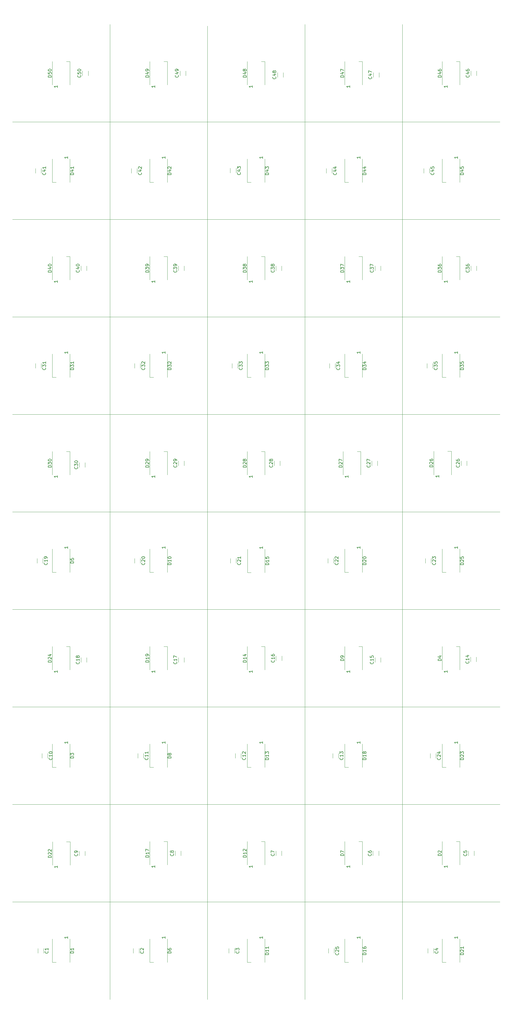
<source format=gbr>
%TF.GenerationSoftware,KiCad,Pcbnew,(6.0.2)*%
%TF.CreationDate,2022-10-19T17:10:30-07:00*%
%TF.ProjectId,tetris,74657472-6973-42e6-9b69-6361645f7063,rev?*%
%TF.SameCoordinates,Original*%
%TF.FileFunction,Legend,Top*%
%TF.FilePolarity,Positive*%
%FSLAX46Y46*%
G04 Gerber Fmt 4.6, Leading zero omitted, Abs format (unit mm)*
G04 Created by KiCad (PCBNEW (6.0.2)) date 2022-10-19 17:10:30*
%MOMM*%
%LPD*%
G01*
G04 APERTURE LIST*
%ADD10C,0.100000*%
%ADD11C,0.150000*%
%ADD12C,0.120000*%
G04 APERTURE END LIST*
D10*
X0Y-243840000D02*
X152400000Y-243840000D01*
X91440000Y0D02*
X91440000Y-304800000D01*
X30480000Y0D02*
X30480000Y-304800000D01*
X0Y-121920000D02*
X152400000Y-121920000D01*
X121920000Y0D02*
X121920000Y-304800000D01*
X0Y-182880000D02*
X152400000Y-182880000D01*
X0Y-91440000D02*
X152400000Y-91440000D01*
X0Y-213360000D02*
X152400000Y-213360000D01*
X0Y-60960000D02*
X152400000Y-60960000D01*
X0Y-274320000D02*
X152400000Y-274320000D01*
X0Y-30480000D02*
X152400000Y-30480000D01*
X0Y-152400000D02*
X152400000Y-152400000D01*
X60960000Y-304800000D02*
X60960000Y-508000D01*
D11*
%TO.C,C18*%
X20859142Y-199270857D02*
X20906761Y-199318476D01*
X20954380Y-199461333D01*
X20954380Y-199556571D01*
X20906761Y-199699428D01*
X20811523Y-199794666D01*
X20716285Y-199842285D01*
X20525809Y-199889904D01*
X20382952Y-199889904D01*
X20192476Y-199842285D01*
X20097238Y-199794666D01*
X20002000Y-199699428D01*
X19954380Y-199556571D01*
X19954380Y-199461333D01*
X20002000Y-199318476D01*
X20049619Y-199270857D01*
X20954380Y-198318476D02*
X20954380Y-198889904D01*
X20954380Y-198604190D02*
X19954380Y-198604190D01*
X20097238Y-198699428D01*
X20192476Y-198794666D01*
X20240095Y-198889904D01*
X20382952Y-197747047D02*
X20335333Y-197842285D01*
X20287714Y-197889904D01*
X20192476Y-197937523D01*
X20144857Y-197937523D01*
X20049619Y-197889904D01*
X20002000Y-197842285D01*
X19954380Y-197747047D01*
X19954380Y-197556571D01*
X20002000Y-197461333D01*
X20049619Y-197413714D01*
X20144857Y-197366095D01*
X20192476Y-197366095D01*
X20287714Y-197413714D01*
X20335333Y-197461333D01*
X20382952Y-197556571D01*
X20382952Y-197747047D01*
X20430571Y-197842285D01*
X20478190Y-197889904D01*
X20573428Y-197937523D01*
X20763904Y-197937523D01*
X20859142Y-197889904D01*
X20906761Y-197842285D01*
X20954380Y-197747047D01*
X20954380Y-197556571D01*
X20906761Y-197461333D01*
X20859142Y-197413714D01*
X20763904Y-197366095D01*
X20573428Y-197366095D01*
X20478190Y-197413714D01*
X20430571Y-197461333D01*
X20382952Y-197556571D01*
%TO.C,C24*%
X133779142Y-229242857D02*
X133826761Y-229290476D01*
X133874380Y-229433333D01*
X133874380Y-229528571D01*
X133826761Y-229671428D01*
X133731523Y-229766666D01*
X133636285Y-229814285D01*
X133445809Y-229861904D01*
X133302952Y-229861904D01*
X133112476Y-229814285D01*
X133017238Y-229766666D01*
X132922000Y-229671428D01*
X132874380Y-229528571D01*
X132874380Y-229433333D01*
X132922000Y-229290476D01*
X132969619Y-229242857D01*
X132969619Y-228861904D02*
X132922000Y-228814285D01*
X132874380Y-228719047D01*
X132874380Y-228480952D01*
X132922000Y-228385714D01*
X132969619Y-228338095D01*
X133064857Y-228290476D01*
X133160095Y-228290476D01*
X133302952Y-228338095D01*
X133874380Y-228909523D01*
X133874380Y-228290476D01*
X133207714Y-227433333D02*
X133874380Y-227433333D01*
X132826761Y-227671428D02*
X133541047Y-227909523D01*
X133541047Y-227290476D01*
%TO.C,D48*%
X73152380Y-16454285D02*
X72152380Y-16454285D01*
X72152380Y-16216190D01*
X72200000Y-16073333D01*
X72295238Y-15978095D01*
X72390476Y-15930476D01*
X72580952Y-15882857D01*
X72723809Y-15882857D01*
X72914285Y-15930476D01*
X73009523Y-15978095D01*
X73104761Y-16073333D01*
X73152380Y-16216190D01*
X73152380Y-16454285D01*
X72485714Y-15025714D02*
X73152380Y-15025714D01*
X72104761Y-15263809D02*
X72819047Y-15501904D01*
X72819047Y-14882857D01*
X72580952Y-14359047D02*
X72533333Y-14454285D01*
X72485714Y-14501904D01*
X72390476Y-14549523D01*
X72342857Y-14549523D01*
X72247619Y-14501904D01*
X72200000Y-14454285D01*
X72152380Y-14359047D01*
X72152380Y-14168571D01*
X72200000Y-14073333D01*
X72247619Y-14025714D01*
X72342857Y-13978095D01*
X72390476Y-13978095D01*
X72485714Y-14025714D01*
X72533333Y-14073333D01*
X72580952Y-14168571D01*
X72580952Y-14359047D01*
X72628571Y-14454285D01*
X72676190Y-14501904D01*
X72771428Y-14549523D01*
X72961904Y-14549523D01*
X73057142Y-14501904D01*
X73104761Y-14454285D01*
X73152380Y-14359047D01*
X73152380Y-14168571D01*
X73104761Y-14073333D01*
X73057142Y-14025714D01*
X72961904Y-13978095D01*
X72771428Y-13978095D01*
X72676190Y-14025714D01*
X72628571Y-14073333D01*
X72580952Y-14168571D01*
X75052380Y-19104285D02*
X75052380Y-19675714D01*
X75052380Y-19390000D02*
X74052380Y-19390000D01*
X74195238Y-19485238D01*
X74290476Y-19580476D01*
X74338095Y-19675714D01*
%TO.C,C32*%
X41323142Y-107322857D02*
X41370761Y-107370476D01*
X41418380Y-107513333D01*
X41418380Y-107608571D01*
X41370761Y-107751428D01*
X41275523Y-107846666D01*
X41180285Y-107894285D01*
X40989809Y-107941904D01*
X40846952Y-107941904D01*
X40656476Y-107894285D01*
X40561238Y-107846666D01*
X40466000Y-107751428D01*
X40418380Y-107608571D01*
X40418380Y-107513333D01*
X40466000Y-107370476D01*
X40513619Y-107322857D01*
X40418380Y-106989523D02*
X40418380Y-106370476D01*
X40799333Y-106703809D01*
X40799333Y-106560952D01*
X40846952Y-106465714D01*
X40894571Y-106418095D01*
X40989809Y-106370476D01*
X41227904Y-106370476D01*
X41323142Y-106418095D01*
X41370761Y-106465714D01*
X41418380Y-106560952D01*
X41418380Y-106846666D01*
X41370761Y-106941904D01*
X41323142Y-106989523D01*
X40513619Y-105989523D02*
X40466000Y-105941904D01*
X40418380Y-105846666D01*
X40418380Y-105608571D01*
X40466000Y-105513333D01*
X40513619Y-105465714D01*
X40608857Y-105418095D01*
X40704095Y-105418095D01*
X40846952Y-105465714D01*
X41418380Y-106037142D01*
X41418380Y-105418095D01*
%TO.C,D25*%
X141112380Y-168854285D02*
X140112380Y-168854285D01*
X140112380Y-168616190D01*
X140160000Y-168473333D01*
X140255238Y-168378095D01*
X140350476Y-168330476D01*
X140540952Y-168282857D01*
X140683809Y-168282857D01*
X140874285Y-168330476D01*
X140969523Y-168378095D01*
X141064761Y-168473333D01*
X141112380Y-168616190D01*
X141112380Y-168854285D01*
X140207619Y-167901904D02*
X140160000Y-167854285D01*
X140112380Y-167759047D01*
X140112380Y-167520952D01*
X140160000Y-167425714D01*
X140207619Y-167378095D01*
X140302857Y-167330476D01*
X140398095Y-167330476D01*
X140540952Y-167378095D01*
X141112380Y-167949523D01*
X141112380Y-167330476D01*
X140112380Y-166425714D02*
X140112380Y-166901904D01*
X140588571Y-166949523D01*
X140540952Y-166901904D01*
X140493333Y-166806666D01*
X140493333Y-166568571D01*
X140540952Y-166473333D01*
X140588571Y-166425714D01*
X140683809Y-166378095D01*
X140921904Y-166378095D01*
X141017142Y-166425714D01*
X141064761Y-166473333D01*
X141112380Y-166568571D01*
X141112380Y-166806666D01*
X141064761Y-166901904D01*
X141017142Y-166949523D01*
X139212380Y-163204285D02*
X139212380Y-163775714D01*
X139212380Y-163490000D02*
X138212380Y-163490000D01*
X138355238Y-163585238D01*
X138450476Y-163680476D01*
X138498095Y-163775714D01*
%TO.C,C20*%
X41323142Y-168282857D02*
X41370761Y-168330476D01*
X41418380Y-168473333D01*
X41418380Y-168568571D01*
X41370761Y-168711428D01*
X41275523Y-168806666D01*
X41180285Y-168854285D01*
X40989809Y-168901904D01*
X40846952Y-168901904D01*
X40656476Y-168854285D01*
X40561238Y-168806666D01*
X40466000Y-168711428D01*
X40418380Y-168568571D01*
X40418380Y-168473333D01*
X40466000Y-168330476D01*
X40513619Y-168282857D01*
X40513619Y-167901904D02*
X40466000Y-167854285D01*
X40418380Y-167759047D01*
X40418380Y-167520952D01*
X40466000Y-167425714D01*
X40513619Y-167378095D01*
X40608857Y-167330476D01*
X40704095Y-167330476D01*
X40846952Y-167378095D01*
X41418380Y-167949523D01*
X41418380Y-167330476D01*
X40418380Y-166711428D02*
X40418380Y-166616190D01*
X40466000Y-166520952D01*
X40513619Y-166473333D01*
X40608857Y-166425714D01*
X40799333Y-166378095D01*
X41037428Y-166378095D01*
X41227904Y-166425714D01*
X41323142Y-166473333D01*
X41370761Y-166520952D01*
X41418380Y-166616190D01*
X41418380Y-166711428D01*
X41370761Y-166806666D01*
X41323142Y-166854285D01*
X41227904Y-166901904D01*
X41037428Y-166949523D01*
X40799333Y-166949523D01*
X40608857Y-166901904D01*
X40513619Y-166854285D01*
X40466000Y-166806666D01*
X40418380Y-166711428D01*
%TO.C,D22*%
X12227528Y-260376987D02*
X11227528Y-260376987D01*
X11227528Y-260138892D01*
X11275148Y-259996035D01*
X11370386Y-259900797D01*
X11465624Y-259853178D01*
X11656100Y-259805559D01*
X11798957Y-259805559D01*
X11989433Y-259853178D01*
X12084671Y-259900797D01*
X12179909Y-259996035D01*
X12227528Y-260138892D01*
X12227528Y-260376987D01*
X11322767Y-259424606D02*
X11275148Y-259376987D01*
X11227528Y-259281749D01*
X11227528Y-259043654D01*
X11275148Y-258948416D01*
X11322767Y-258900797D01*
X11418005Y-258853178D01*
X11513243Y-258853178D01*
X11656100Y-258900797D01*
X12227528Y-259472225D01*
X12227528Y-258853178D01*
X11322767Y-258472225D02*
X11275148Y-258424606D01*
X11227528Y-258329368D01*
X11227528Y-258091273D01*
X11275148Y-257996035D01*
X11322767Y-257948416D01*
X11418005Y-257900797D01*
X11513243Y-257900797D01*
X11656100Y-257948416D01*
X12227528Y-258519844D01*
X12227528Y-257900797D01*
X14127528Y-263026987D02*
X14127528Y-263598416D01*
X14127528Y-263312702D02*
X13127528Y-263312702D01*
X13270386Y-263407940D01*
X13365624Y-263503178D01*
X13413243Y-263598416D01*
%TO.C,C27*%
X111791142Y-137802857D02*
X111838761Y-137850476D01*
X111886380Y-137993333D01*
X111886380Y-138088571D01*
X111838761Y-138231428D01*
X111743523Y-138326666D01*
X111648285Y-138374285D01*
X111457809Y-138421904D01*
X111314952Y-138421904D01*
X111124476Y-138374285D01*
X111029238Y-138326666D01*
X110934000Y-138231428D01*
X110886380Y-138088571D01*
X110886380Y-137993333D01*
X110934000Y-137850476D01*
X110981619Y-137802857D01*
X110981619Y-137421904D02*
X110934000Y-137374285D01*
X110886380Y-137279047D01*
X110886380Y-137040952D01*
X110934000Y-136945714D01*
X110981619Y-136898095D01*
X111076857Y-136850476D01*
X111172095Y-136850476D01*
X111314952Y-136898095D01*
X111886380Y-137469523D01*
X111886380Y-136850476D01*
X110886380Y-136517142D02*
X110886380Y-135850476D01*
X111886380Y-136279047D01*
%TO.C,C16*%
X81868142Y-198762857D02*
X81915761Y-198810476D01*
X81963380Y-198953333D01*
X81963380Y-199048571D01*
X81915761Y-199191428D01*
X81820523Y-199286666D01*
X81725285Y-199334285D01*
X81534809Y-199381904D01*
X81391952Y-199381904D01*
X81201476Y-199334285D01*
X81106238Y-199286666D01*
X81011000Y-199191428D01*
X80963380Y-199048571D01*
X80963380Y-198953333D01*
X81011000Y-198810476D01*
X81058619Y-198762857D01*
X81963380Y-197810476D02*
X81963380Y-198381904D01*
X81963380Y-198096190D02*
X80963380Y-198096190D01*
X81106238Y-198191428D01*
X81201476Y-198286666D01*
X81249095Y-198381904D01*
X80963380Y-196953333D02*
X80963380Y-197143809D01*
X81011000Y-197239047D01*
X81058619Y-197286666D01*
X81201476Y-197381904D01*
X81391952Y-197429523D01*
X81772904Y-197429523D01*
X81868142Y-197381904D01*
X81915761Y-197334285D01*
X81963380Y-197239047D01*
X81963380Y-197048571D01*
X81915761Y-196953333D01*
X81868142Y-196905714D01*
X81772904Y-196858095D01*
X81534809Y-196858095D01*
X81439571Y-196905714D01*
X81391952Y-196953333D01*
X81344333Y-197048571D01*
X81344333Y-197239047D01*
X81391952Y-197334285D01*
X81439571Y-197381904D01*
X81534809Y-197429523D01*
%TO.C,D45*%
X141112380Y-46934285D02*
X140112380Y-46934285D01*
X140112380Y-46696190D01*
X140160000Y-46553333D01*
X140255238Y-46458095D01*
X140350476Y-46410476D01*
X140540952Y-46362857D01*
X140683809Y-46362857D01*
X140874285Y-46410476D01*
X140969523Y-46458095D01*
X141064761Y-46553333D01*
X141112380Y-46696190D01*
X141112380Y-46934285D01*
X140445714Y-45505714D02*
X141112380Y-45505714D01*
X140064761Y-45743809D02*
X140779047Y-45981904D01*
X140779047Y-45362857D01*
X140112380Y-44505714D02*
X140112380Y-44981904D01*
X140588571Y-45029523D01*
X140540952Y-44981904D01*
X140493333Y-44886666D01*
X140493333Y-44648571D01*
X140540952Y-44553333D01*
X140588571Y-44505714D01*
X140683809Y-44458095D01*
X140921904Y-44458095D01*
X141017142Y-44505714D01*
X141064761Y-44553333D01*
X141112380Y-44648571D01*
X141112380Y-44886666D01*
X141064761Y-44981904D01*
X141017142Y-45029523D01*
X139212380Y-41284285D02*
X139212380Y-41855714D01*
X139212380Y-41570000D02*
X138212380Y-41570000D01*
X138355238Y-41665238D01*
X138450476Y-41760476D01*
X138498095Y-41855714D01*
%TO.C,C23*%
X132255142Y-168282857D02*
X132302761Y-168330476D01*
X132350380Y-168473333D01*
X132350380Y-168568571D01*
X132302761Y-168711428D01*
X132207523Y-168806666D01*
X132112285Y-168854285D01*
X131921809Y-168901904D01*
X131778952Y-168901904D01*
X131588476Y-168854285D01*
X131493238Y-168806666D01*
X131398000Y-168711428D01*
X131350380Y-168568571D01*
X131350380Y-168473333D01*
X131398000Y-168330476D01*
X131445619Y-168282857D01*
X131445619Y-167901904D02*
X131398000Y-167854285D01*
X131350380Y-167759047D01*
X131350380Y-167520952D01*
X131398000Y-167425714D01*
X131445619Y-167378095D01*
X131540857Y-167330476D01*
X131636095Y-167330476D01*
X131778952Y-167378095D01*
X132350380Y-167949523D01*
X132350380Y-167330476D01*
X131350380Y-166997142D02*
X131350380Y-166378095D01*
X131731333Y-166711428D01*
X131731333Y-166568571D01*
X131778952Y-166473333D01*
X131826571Y-166425714D01*
X131921809Y-166378095D01*
X132159904Y-166378095D01*
X132255142Y-166425714D01*
X132302761Y-166473333D01*
X132350380Y-166568571D01*
X132350380Y-166854285D01*
X132302761Y-166949523D01*
X132255142Y-166997142D01*
%TO.C,C26*%
X139731142Y-137802857D02*
X139778761Y-137850476D01*
X139826380Y-137993333D01*
X139826380Y-138088571D01*
X139778761Y-138231428D01*
X139683523Y-138326666D01*
X139588285Y-138374285D01*
X139397809Y-138421904D01*
X139254952Y-138421904D01*
X139064476Y-138374285D01*
X138969238Y-138326666D01*
X138874000Y-138231428D01*
X138826380Y-138088571D01*
X138826380Y-137993333D01*
X138874000Y-137850476D01*
X138921619Y-137802857D01*
X138921619Y-137421904D02*
X138874000Y-137374285D01*
X138826380Y-137279047D01*
X138826380Y-137040952D01*
X138874000Y-136945714D01*
X138921619Y-136898095D01*
X139016857Y-136850476D01*
X139112095Y-136850476D01*
X139254952Y-136898095D01*
X139826380Y-137469523D01*
X139826380Y-136850476D01*
X138826380Y-135993333D02*
X138826380Y-136183809D01*
X138874000Y-136279047D01*
X138921619Y-136326666D01*
X139064476Y-136421904D01*
X139254952Y-136469523D01*
X139635904Y-136469523D01*
X139731142Y-136421904D01*
X139778761Y-136374285D01*
X139826380Y-136279047D01*
X139826380Y-136088571D01*
X139778761Y-135993333D01*
X139731142Y-135945714D01*
X139635904Y-135898095D01*
X139397809Y-135898095D01*
X139302571Y-135945714D01*
X139254952Y-135993333D01*
X139207333Y-136088571D01*
X139207333Y-136279047D01*
X139254952Y-136374285D01*
X139302571Y-136421904D01*
X139397809Y-136469523D01*
%TO.C,D2*%
X134112380Y-259818095D02*
X133112380Y-259818095D01*
X133112380Y-259580000D01*
X133160000Y-259437142D01*
X133255238Y-259341904D01*
X133350476Y-259294285D01*
X133540952Y-259246666D01*
X133683809Y-259246666D01*
X133874285Y-259294285D01*
X133969523Y-259341904D01*
X134064761Y-259437142D01*
X134112380Y-259580000D01*
X134112380Y-259818095D01*
X133207619Y-258865714D02*
X133160000Y-258818095D01*
X133112380Y-258722857D01*
X133112380Y-258484761D01*
X133160000Y-258389523D01*
X133207619Y-258341904D01*
X133302857Y-258294285D01*
X133398095Y-258294285D01*
X133540952Y-258341904D01*
X134112380Y-258913333D01*
X134112380Y-258294285D01*
X136012380Y-262944285D02*
X136012380Y-263515714D01*
X136012380Y-263230000D02*
X135012380Y-263230000D01*
X135155238Y-263325238D01*
X135250476Y-263420476D01*
X135298095Y-263515714D01*
%TO.C,D17*%
X42672380Y-260294285D02*
X41672380Y-260294285D01*
X41672380Y-260056190D01*
X41720000Y-259913333D01*
X41815238Y-259818095D01*
X41910476Y-259770476D01*
X42100952Y-259722857D01*
X42243809Y-259722857D01*
X42434285Y-259770476D01*
X42529523Y-259818095D01*
X42624761Y-259913333D01*
X42672380Y-260056190D01*
X42672380Y-260294285D01*
X42672380Y-258770476D02*
X42672380Y-259341904D01*
X42672380Y-259056190D02*
X41672380Y-259056190D01*
X41815238Y-259151428D01*
X41910476Y-259246666D01*
X41958095Y-259341904D01*
X41672380Y-258437142D02*
X41672380Y-257770476D01*
X42672380Y-258199047D01*
X44572380Y-262944285D02*
X44572380Y-263515714D01*
X44572380Y-263230000D02*
X43572380Y-263230000D01*
X43715238Y-263325238D01*
X43810476Y-263420476D01*
X43858095Y-263515714D01*
%TO.C,D41*%
X19192380Y-46934285D02*
X18192380Y-46934285D01*
X18192380Y-46696190D01*
X18240000Y-46553333D01*
X18335238Y-46458095D01*
X18430476Y-46410476D01*
X18620952Y-46362857D01*
X18763809Y-46362857D01*
X18954285Y-46410476D01*
X19049523Y-46458095D01*
X19144761Y-46553333D01*
X19192380Y-46696190D01*
X19192380Y-46934285D01*
X18525714Y-45505714D02*
X19192380Y-45505714D01*
X18144761Y-45743809D02*
X18859047Y-45981904D01*
X18859047Y-45362857D01*
X19192380Y-44458095D02*
X19192380Y-45029523D01*
X19192380Y-44743809D02*
X18192380Y-44743809D01*
X18335238Y-44839047D01*
X18430476Y-44934285D01*
X18478095Y-45029523D01*
X17292380Y-41284285D02*
X17292380Y-41855714D01*
X17292380Y-41570000D02*
X16292380Y-41570000D01*
X16435238Y-41665238D01*
X16530476Y-41760476D01*
X16578095Y-41855714D01*
%TO.C,D16*%
X110632380Y-290774285D02*
X109632380Y-290774285D01*
X109632380Y-290536190D01*
X109680000Y-290393333D01*
X109775238Y-290298095D01*
X109870476Y-290250476D01*
X110060952Y-290202857D01*
X110203809Y-290202857D01*
X110394285Y-290250476D01*
X110489523Y-290298095D01*
X110584761Y-290393333D01*
X110632380Y-290536190D01*
X110632380Y-290774285D01*
X110632380Y-289250476D02*
X110632380Y-289821904D01*
X110632380Y-289536190D02*
X109632380Y-289536190D01*
X109775238Y-289631428D01*
X109870476Y-289726666D01*
X109918095Y-289821904D01*
X109632380Y-288393333D02*
X109632380Y-288583809D01*
X109680000Y-288679047D01*
X109727619Y-288726666D01*
X109870476Y-288821904D01*
X110060952Y-288869523D01*
X110441904Y-288869523D01*
X110537142Y-288821904D01*
X110584761Y-288774285D01*
X110632380Y-288679047D01*
X110632380Y-288488571D01*
X110584761Y-288393333D01*
X110537142Y-288345714D01*
X110441904Y-288298095D01*
X110203809Y-288298095D01*
X110108571Y-288345714D01*
X110060952Y-288393333D01*
X110013333Y-288488571D01*
X110013333Y-288679047D01*
X110060952Y-288774285D01*
X110108571Y-288821904D01*
X110203809Y-288869523D01*
X108732380Y-285124285D02*
X108732380Y-285695714D01*
X108732380Y-285410000D02*
X107732380Y-285410000D01*
X107875238Y-285505238D01*
X107970476Y-285600476D01*
X108018095Y-285695714D01*
%TO.C,C45*%
X131747142Y-46362857D02*
X131794761Y-46410476D01*
X131842380Y-46553333D01*
X131842380Y-46648571D01*
X131794761Y-46791428D01*
X131699523Y-46886666D01*
X131604285Y-46934285D01*
X131413809Y-46981904D01*
X131270952Y-46981904D01*
X131080476Y-46934285D01*
X130985238Y-46886666D01*
X130890000Y-46791428D01*
X130842380Y-46648571D01*
X130842380Y-46553333D01*
X130890000Y-46410476D01*
X130937619Y-46362857D01*
X131175714Y-45505714D02*
X131842380Y-45505714D01*
X130794761Y-45743809D02*
X131509047Y-45981904D01*
X131509047Y-45362857D01*
X130842380Y-44505714D02*
X130842380Y-44981904D01*
X131318571Y-45029523D01*
X131270952Y-44981904D01*
X131223333Y-44886666D01*
X131223333Y-44648571D01*
X131270952Y-44553333D01*
X131318571Y-44505714D01*
X131413809Y-44458095D01*
X131651904Y-44458095D01*
X131747142Y-44505714D01*
X131794761Y-44553333D01*
X131842380Y-44648571D01*
X131842380Y-44886666D01*
X131794761Y-44981904D01*
X131747142Y-45029523D01*
%TO.C,D50*%
X12192380Y-16454285D02*
X11192380Y-16454285D01*
X11192380Y-16216190D01*
X11240000Y-16073333D01*
X11335238Y-15978095D01*
X11430476Y-15930476D01*
X11620952Y-15882857D01*
X11763809Y-15882857D01*
X11954285Y-15930476D01*
X12049523Y-15978095D01*
X12144761Y-16073333D01*
X12192380Y-16216190D01*
X12192380Y-16454285D01*
X11192380Y-14978095D02*
X11192380Y-15454285D01*
X11668571Y-15501904D01*
X11620952Y-15454285D01*
X11573333Y-15359047D01*
X11573333Y-15120952D01*
X11620952Y-15025714D01*
X11668571Y-14978095D01*
X11763809Y-14930476D01*
X12001904Y-14930476D01*
X12097142Y-14978095D01*
X12144761Y-15025714D01*
X12192380Y-15120952D01*
X12192380Y-15359047D01*
X12144761Y-15454285D01*
X12097142Y-15501904D01*
X11192380Y-14311428D02*
X11192380Y-14216190D01*
X11240000Y-14120952D01*
X11287619Y-14073333D01*
X11382857Y-14025714D01*
X11573333Y-13978095D01*
X11811428Y-13978095D01*
X12001904Y-14025714D01*
X12097142Y-14073333D01*
X12144761Y-14120952D01*
X12192380Y-14216190D01*
X12192380Y-14311428D01*
X12144761Y-14406666D01*
X12097142Y-14454285D01*
X12001904Y-14501904D01*
X11811428Y-14549523D01*
X11573333Y-14549523D01*
X11382857Y-14501904D01*
X11287619Y-14454285D01*
X11240000Y-14406666D01*
X11192380Y-14311428D01*
X14092380Y-19104285D02*
X14092380Y-19675714D01*
X14092380Y-19390000D02*
X13092380Y-19390000D01*
X13235238Y-19485238D01*
X13330476Y-19580476D01*
X13378095Y-19675714D01*
%TO.C,D37*%
X103632380Y-77414285D02*
X102632380Y-77414285D01*
X102632380Y-77176190D01*
X102680000Y-77033333D01*
X102775238Y-76938095D01*
X102870476Y-76890476D01*
X103060952Y-76842857D01*
X103203809Y-76842857D01*
X103394285Y-76890476D01*
X103489523Y-76938095D01*
X103584761Y-77033333D01*
X103632380Y-77176190D01*
X103632380Y-77414285D01*
X102632380Y-76509523D02*
X102632380Y-75890476D01*
X103013333Y-76223809D01*
X103013333Y-76080952D01*
X103060952Y-75985714D01*
X103108571Y-75938095D01*
X103203809Y-75890476D01*
X103441904Y-75890476D01*
X103537142Y-75938095D01*
X103584761Y-75985714D01*
X103632380Y-76080952D01*
X103632380Y-76366666D01*
X103584761Y-76461904D01*
X103537142Y-76509523D01*
X102632380Y-75557142D02*
X102632380Y-74890476D01*
X103632380Y-75319047D01*
X105532380Y-80064285D02*
X105532380Y-80635714D01*
X105532380Y-80350000D02*
X104532380Y-80350000D01*
X104675238Y-80445238D01*
X104770476Y-80540476D01*
X104818095Y-80635714D01*
%TO.C,C15*%
X112807142Y-199270857D02*
X112854761Y-199318476D01*
X112902380Y-199461333D01*
X112902380Y-199556571D01*
X112854761Y-199699428D01*
X112759523Y-199794666D01*
X112664285Y-199842285D01*
X112473809Y-199889904D01*
X112330952Y-199889904D01*
X112140476Y-199842285D01*
X112045238Y-199794666D01*
X111950000Y-199699428D01*
X111902380Y-199556571D01*
X111902380Y-199461333D01*
X111950000Y-199318476D01*
X111997619Y-199270857D01*
X112902380Y-198318476D02*
X112902380Y-198889904D01*
X112902380Y-198604190D02*
X111902380Y-198604190D01*
X112045238Y-198699428D01*
X112140476Y-198794666D01*
X112188095Y-198889904D01*
X111902380Y-197413714D02*
X111902380Y-197889904D01*
X112378571Y-197937523D01*
X112330952Y-197889904D01*
X112283333Y-197794666D01*
X112283333Y-197556571D01*
X112330952Y-197461333D01*
X112378571Y-197413714D01*
X112473809Y-197366095D01*
X112711904Y-197366095D01*
X112807142Y-197413714D01*
X112854761Y-197461333D01*
X112902380Y-197556571D01*
X112902380Y-197794666D01*
X112854761Y-197889904D01*
X112807142Y-197937523D01*
%TO.C,C35*%
X132763142Y-107322857D02*
X132810761Y-107370476D01*
X132858380Y-107513333D01*
X132858380Y-107608571D01*
X132810761Y-107751428D01*
X132715523Y-107846666D01*
X132620285Y-107894285D01*
X132429809Y-107941904D01*
X132286952Y-107941904D01*
X132096476Y-107894285D01*
X132001238Y-107846666D01*
X131906000Y-107751428D01*
X131858380Y-107608571D01*
X131858380Y-107513333D01*
X131906000Y-107370476D01*
X131953619Y-107322857D01*
X131858380Y-106989523D02*
X131858380Y-106370476D01*
X132239333Y-106703809D01*
X132239333Y-106560952D01*
X132286952Y-106465714D01*
X132334571Y-106418095D01*
X132429809Y-106370476D01*
X132667904Y-106370476D01*
X132763142Y-106418095D01*
X132810761Y-106465714D01*
X132858380Y-106560952D01*
X132858380Y-106846666D01*
X132810761Y-106941904D01*
X132763142Y-106989523D01*
X131858380Y-105465714D02*
X131858380Y-105941904D01*
X132334571Y-105989523D01*
X132286952Y-105941904D01*
X132239333Y-105846666D01*
X132239333Y-105608571D01*
X132286952Y-105513333D01*
X132334571Y-105465714D01*
X132429809Y-105418095D01*
X132667904Y-105418095D01*
X132763142Y-105465714D01*
X132810761Y-105513333D01*
X132858380Y-105608571D01*
X132858380Y-105846666D01*
X132810761Y-105941904D01*
X132763142Y-105989523D01*
%TO.C,D24*%
X12192380Y-199334285D02*
X11192380Y-199334285D01*
X11192380Y-199096190D01*
X11240000Y-198953333D01*
X11335238Y-198858095D01*
X11430476Y-198810476D01*
X11620952Y-198762857D01*
X11763809Y-198762857D01*
X11954285Y-198810476D01*
X12049523Y-198858095D01*
X12144761Y-198953333D01*
X12192380Y-199096190D01*
X12192380Y-199334285D01*
X11287619Y-198381904D02*
X11240000Y-198334285D01*
X11192380Y-198239047D01*
X11192380Y-198000952D01*
X11240000Y-197905714D01*
X11287619Y-197858095D01*
X11382857Y-197810476D01*
X11478095Y-197810476D01*
X11620952Y-197858095D01*
X12192380Y-198429523D01*
X12192380Y-197810476D01*
X11525714Y-196953333D02*
X12192380Y-196953333D01*
X11144761Y-197191428D02*
X11859047Y-197429523D01*
X11859047Y-196810476D01*
X14092380Y-201984285D02*
X14092380Y-202555714D01*
X14092380Y-202270000D02*
X13092380Y-202270000D01*
X13235238Y-202365238D01*
X13330476Y-202460476D01*
X13378095Y-202555714D01*
%TO.C,C31*%
X10335142Y-107322857D02*
X10382761Y-107370476D01*
X10430380Y-107513333D01*
X10430380Y-107608571D01*
X10382761Y-107751428D01*
X10287523Y-107846666D01*
X10192285Y-107894285D01*
X10001809Y-107941904D01*
X9858952Y-107941904D01*
X9668476Y-107894285D01*
X9573238Y-107846666D01*
X9478000Y-107751428D01*
X9430380Y-107608571D01*
X9430380Y-107513333D01*
X9478000Y-107370476D01*
X9525619Y-107322857D01*
X9430380Y-106989523D02*
X9430380Y-106370476D01*
X9811333Y-106703809D01*
X9811333Y-106560952D01*
X9858952Y-106465714D01*
X9906571Y-106418095D01*
X10001809Y-106370476D01*
X10239904Y-106370476D01*
X10335142Y-106418095D01*
X10382761Y-106465714D01*
X10430380Y-106560952D01*
X10430380Y-106846666D01*
X10382761Y-106941904D01*
X10335142Y-106989523D01*
X10430380Y-105418095D02*
X10430380Y-105989523D01*
X10430380Y-105703809D02*
X9430380Y-105703809D01*
X9573238Y-105799047D01*
X9668476Y-105894285D01*
X9716095Y-105989523D01*
%TO.C,D43*%
X80152380Y-46934285D02*
X79152380Y-46934285D01*
X79152380Y-46696190D01*
X79200000Y-46553333D01*
X79295238Y-46458095D01*
X79390476Y-46410476D01*
X79580952Y-46362857D01*
X79723809Y-46362857D01*
X79914285Y-46410476D01*
X80009523Y-46458095D01*
X80104761Y-46553333D01*
X80152380Y-46696190D01*
X80152380Y-46934285D01*
X79485714Y-45505714D02*
X80152380Y-45505714D01*
X79104761Y-45743809D02*
X79819047Y-45981904D01*
X79819047Y-45362857D01*
X79152380Y-45077142D02*
X79152380Y-44458095D01*
X79533333Y-44791428D01*
X79533333Y-44648571D01*
X79580952Y-44553333D01*
X79628571Y-44505714D01*
X79723809Y-44458095D01*
X79961904Y-44458095D01*
X80057142Y-44505714D01*
X80104761Y-44553333D01*
X80152380Y-44648571D01*
X80152380Y-44934285D01*
X80104761Y-45029523D01*
X80057142Y-45077142D01*
X78252380Y-41284285D02*
X78252380Y-41855714D01*
X78252380Y-41570000D02*
X77252380Y-41570000D01*
X77395238Y-41665238D01*
X77490476Y-41760476D01*
X77538095Y-41855714D01*
%TO.C,C46*%
X142779142Y-15882857D02*
X142826761Y-15930476D01*
X142874380Y-16073333D01*
X142874380Y-16168571D01*
X142826761Y-16311428D01*
X142731523Y-16406666D01*
X142636285Y-16454285D01*
X142445809Y-16501904D01*
X142302952Y-16501904D01*
X142112476Y-16454285D01*
X142017238Y-16406666D01*
X141922000Y-16311428D01*
X141874380Y-16168571D01*
X141874380Y-16073333D01*
X141922000Y-15930476D01*
X141969619Y-15882857D01*
X142207714Y-15025714D02*
X142874380Y-15025714D01*
X141826761Y-15263809D02*
X142541047Y-15501904D01*
X142541047Y-14882857D01*
X141874380Y-14073333D02*
X141874380Y-14263809D01*
X141922000Y-14359047D01*
X141969619Y-14406666D01*
X142112476Y-14501904D01*
X142302952Y-14549523D01*
X142683904Y-14549523D01*
X142779142Y-14501904D01*
X142826761Y-14454285D01*
X142874380Y-14359047D01*
X142874380Y-14168571D01*
X142826761Y-14073333D01*
X142779142Y-14025714D01*
X142683904Y-13978095D01*
X142445809Y-13978095D01*
X142350571Y-14025714D01*
X142302952Y-14073333D01*
X142255333Y-14168571D01*
X142255333Y-14359047D01*
X142302952Y-14454285D01*
X142350571Y-14501904D01*
X142445809Y-14549523D01*
%TO.C,D32*%
X49672380Y-107894285D02*
X48672380Y-107894285D01*
X48672380Y-107656190D01*
X48720000Y-107513333D01*
X48815238Y-107418095D01*
X48910476Y-107370476D01*
X49100952Y-107322857D01*
X49243809Y-107322857D01*
X49434285Y-107370476D01*
X49529523Y-107418095D01*
X49624761Y-107513333D01*
X49672380Y-107656190D01*
X49672380Y-107894285D01*
X48672380Y-106989523D02*
X48672380Y-106370476D01*
X49053333Y-106703809D01*
X49053333Y-106560952D01*
X49100952Y-106465714D01*
X49148571Y-106418095D01*
X49243809Y-106370476D01*
X49481904Y-106370476D01*
X49577142Y-106418095D01*
X49624761Y-106465714D01*
X49672380Y-106560952D01*
X49672380Y-106846666D01*
X49624761Y-106941904D01*
X49577142Y-106989523D01*
X48767619Y-105989523D02*
X48720000Y-105941904D01*
X48672380Y-105846666D01*
X48672380Y-105608571D01*
X48720000Y-105513333D01*
X48767619Y-105465714D01*
X48862857Y-105418095D01*
X48958095Y-105418095D01*
X49100952Y-105465714D01*
X49672380Y-106037142D01*
X49672380Y-105418095D01*
X47772380Y-102244285D02*
X47772380Y-102815714D01*
X47772380Y-102530000D02*
X46772380Y-102530000D01*
X46915238Y-102625238D01*
X47010476Y-102720476D01*
X47058095Y-102815714D01*
%TO.C,C30*%
X20351142Y-138310857D02*
X20398761Y-138358476D01*
X20446380Y-138501333D01*
X20446380Y-138596571D01*
X20398761Y-138739428D01*
X20303523Y-138834666D01*
X20208285Y-138882285D01*
X20017809Y-138929904D01*
X19874952Y-138929904D01*
X19684476Y-138882285D01*
X19589238Y-138834666D01*
X19494000Y-138739428D01*
X19446380Y-138596571D01*
X19446380Y-138501333D01*
X19494000Y-138358476D01*
X19541619Y-138310857D01*
X19446380Y-137977523D02*
X19446380Y-137358476D01*
X19827333Y-137691809D01*
X19827333Y-137548952D01*
X19874952Y-137453714D01*
X19922571Y-137406095D01*
X20017809Y-137358476D01*
X20255904Y-137358476D01*
X20351142Y-137406095D01*
X20398761Y-137453714D01*
X20446380Y-137548952D01*
X20446380Y-137834666D01*
X20398761Y-137929904D01*
X20351142Y-137977523D01*
X19446380Y-136739428D02*
X19446380Y-136644190D01*
X19494000Y-136548952D01*
X19541619Y-136501333D01*
X19636857Y-136453714D01*
X19827333Y-136406095D01*
X20065428Y-136406095D01*
X20255904Y-136453714D01*
X20351142Y-136501333D01*
X20398761Y-136548952D01*
X20446380Y-136644190D01*
X20446380Y-136739428D01*
X20398761Y-136834666D01*
X20351142Y-136882285D01*
X20255904Y-136929904D01*
X20065428Y-136977523D01*
X19827333Y-136977523D01*
X19636857Y-136929904D01*
X19541619Y-136882285D01*
X19494000Y-136834666D01*
X19446380Y-136739428D01*
%TO.C,C21*%
X71295142Y-168282857D02*
X71342761Y-168330476D01*
X71390380Y-168473333D01*
X71390380Y-168568571D01*
X71342761Y-168711428D01*
X71247523Y-168806666D01*
X71152285Y-168854285D01*
X70961809Y-168901904D01*
X70818952Y-168901904D01*
X70628476Y-168854285D01*
X70533238Y-168806666D01*
X70438000Y-168711428D01*
X70390380Y-168568571D01*
X70390380Y-168473333D01*
X70438000Y-168330476D01*
X70485619Y-168282857D01*
X70485619Y-167901904D02*
X70438000Y-167854285D01*
X70390380Y-167759047D01*
X70390380Y-167520952D01*
X70438000Y-167425714D01*
X70485619Y-167378095D01*
X70580857Y-167330476D01*
X70676095Y-167330476D01*
X70818952Y-167378095D01*
X71390380Y-167949523D01*
X71390380Y-167330476D01*
X71390380Y-166378095D02*
X71390380Y-166949523D01*
X71390380Y-166663809D02*
X70390380Y-166663809D01*
X70533238Y-166759047D01*
X70628476Y-166854285D01*
X70676095Y-166949523D01*
%TO.C,C36*%
X142779142Y-76842857D02*
X142826761Y-76890476D01*
X142874380Y-77033333D01*
X142874380Y-77128571D01*
X142826761Y-77271428D01*
X142731523Y-77366666D01*
X142636285Y-77414285D01*
X142445809Y-77461904D01*
X142302952Y-77461904D01*
X142112476Y-77414285D01*
X142017238Y-77366666D01*
X141922000Y-77271428D01*
X141874380Y-77128571D01*
X141874380Y-77033333D01*
X141922000Y-76890476D01*
X141969619Y-76842857D01*
X141874380Y-76509523D02*
X141874380Y-75890476D01*
X142255333Y-76223809D01*
X142255333Y-76080952D01*
X142302952Y-75985714D01*
X142350571Y-75938095D01*
X142445809Y-75890476D01*
X142683904Y-75890476D01*
X142779142Y-75938095D01*
X142826761Y-75985714D01*
X142874380Y-76080952D01*
X142874380Y-76366666D01*
X142826761Y-76461904D01*
X142779142Y-76509523D01*
X141874380Y-75033333D02*
X141874380Y-75223809D01*
X141922000Y-75319047D01*
X141969619Y-75366666D01*
X142112476Y-75461904D01*
X142302952Y-75509523D01*
X142683904Y-75509523D01*
X142779142Y-75461904D01*
X142826761Y-75414285D01*
X142874380Y-75319047D01*
X142874380Y-75128571D01*
X142826761Y-75033333D01*
X142779142Y-74985714D01*
X142683904Y-74938095D01*
X142445809Y-74938095D01*
X142350571Y-74985714D01*
X142302952Y-75033333D01*
X142255333Y-75128571D01*
X142255333Y-75319047D01*
X142302952Y-75414285D01*
X142350571Y-75461904D01*
X142445809Y-75509523D01*
%TO.C,D33*%
X80152380Y-107894285D02*
X79152380Y-107894285D01*
X79152380Y-107656190D01*
X79200000Y-107513333D01*
X79295238Y-107418095D01*
X79390476Y-107370476D01*
X79580952Y-107322857D01*
X79723809Y-107322857D01*
X79914285Y-107370476D01*
X80009523Y-107418095D01*
X80104761Y-107513333D01*
X80152380Y-107656190D01*
X80152380Y-107894285D01*
X79152380Y-106989523D02*
X79152380Y-106370476D01*
X79533333Y-106703809D01*
X79533333Y-106560952D01*
X79580952Y-106465714D01*
X79628571Y-106418095D01*
X79723809Y-106370476D01*
X79961904Y-106370476D01*
X80057142Y-106418095D01*
X80104761Y-106465714D01*
X80152380Y-106560952D01*
X80152380Y-106846666D01*
X80104761Y-106941904D01*
X80057142Y-106989523D01*
X79152380Y-106037142D02*
X79152380Y-105418095D01*
X79533333Y-105751428D01*
X79533333Y-105608571D01*
X79580952Y-105513333D01*
X79628571Y-105465714D01*
X79723809Y-105418095D01*
X79961904Y-105418095D01*
X80057142Y-105465714D01*
X80104761Y-105513333D01*
X80152380Y-105608571D01*
X80152380Y-105894285D01*
X80104761Y-105989523D01*
X80057142Y-106037142D01*
X78252380Y-102244285D02*
X78252380Y-102815714D01*
X78252380Y-102530000D02*
X77252380Y-102530000D01*
X77395238Y-102625238D01*
X77490476Y-102720476D01*
X77538095Y-102815714D01*
%TO.C,D6*%
X49672380Y-290298095D02*
X48672380Y-290298095D01*
X48672380Y-290060000D01*
X48720000Y-289917142D01*
X48815238Y-289821904D01*
X48910476Y-289774285D01*
X49100952Y-289726666D01*
X49243809Y-289726666D01*
X49434285Y-289774285D01*
X49529523Y-289821904D01*
X49624761Y-289917142D01*
X49672380Y-290060000D01*
X49672380Y-290298095D01*
X48672380Y-288869523D02*
X48672380Y-289060000D01*
X48720000Y-289155238D01*
X48767619Y-289202857D01*
X48910476Y-289298095D01*
X49100952Y-289345714D01*
X49481904Y-289345714D01*
X49577142Y-289298095D01*
X49624761Y-289250476D01*
X49672380Y-289155238D01*
X49672380Y-288964761D01*
X49624761Y-288869523D01*
X49577142Y-288821904D01*
X49481904Y-288774285D01*
X49243809Y-288774285D01*
X49148571Y-288821904D01*
X49100952Y-288869523D01*
X49053333Y-288964761D01*
X49053333Y-289155238D01*
X49100952Y-289250476D01*
X49148571Y-289298095D01*
X49243809Y-289345714D01*
X47772380Y-285124285D02*
X47772380Y-285695714D01*
X47772380Y-285410000D02*
X46772380Y-285410000D01*
X46915238Y-285505238D01*
X47010476Y-285600476D01*
X47058095Y-285695714D01*
%TO.C,C17*%
X51339142Y-199270857D02*
X51386761Y-199318476D01*
X51434380Y-199461333D01*
X51434380Y-199556571D01*
X51386761Y-199699428D01*
X51291523Y-199794666D01*
X51196285Y-199842285D01*
X51005809Y-199889904D01*
X50862952Y-199889904D01*
X50672476Y-199842285D01*
X50577238Y-199794666D01*
X50482000Y-199699428D01*
X50434380Y-199556571D01*
X50434380Y-199461333D01*
X50482000Y-199318476D01*
X50529619Y-199270857D01*
X51434380Y-198318476D02*
X51434380Y-198889904D01*
X51434380Y-198604190D02*
X50434380Y-198604190D01*
X50577238Y-198699428D01*
X50672476Y-198794666D01*
X50720095Y-198889904D01*
X50434380Y-197985142D02*
X50434380Y-197318476D01*
X51434380Y-197747047D01*
%TO.C,D20*%
X110632380Y-168854285D02*
X109632380Y-168854285D01*
X109632380Y-168616190D01*
X109680000Y-168473333D01*
X109775238Y-168378095D01*
X109870476Y-168330476D01*
X110060952Y-168282857D01*
X110203809Y-168282857D01*
X110394285Y-168330476D01*
X110489523Y-168378095D01*
X110584761Y-168473333D01*
X110632380Y-168616190D01*
X110632380Y-168854285D01*
X109727619Y-167901904D02*
X109680000Y-167854285D01*
X109632380Y-167759047D01*
X109632380Y-167520952D01*
X109680000Y-167425714D01*
X109727619Y-167378095D01*
X109822857Y-167330476D01*
X109918095Y-167330476D01*
X110060952Y-167378095D01*
X110632380Y-167949523D01*
X110632380Y-167330476D01*
X109632380Y-166711428D02*
X109632380Y-166616190D01*
X109680000Y-166520952D01*
X109727619Y-166473333D01*
X109822857Y-166425714D01*
X110013333Y-166378095D01*
X110251428Y-166378095D01*
X110441904Y-166425714D01*
X110537142Y-166473333D01*
X110584761Y-166520952D01*
X110632380Y-166616190D01*
X110632380Y-166711428D01*
X110584761Y-166806666D01*
X110537142Y-166854285D01*
X110441904Y-166901904D01*
X110251428Y-166949523D01*
X110013333Y-166949523D01*
X109822857Y-166901904D01*
X109727619Y-166854285D01*
X109680000Y-166806666D01*
X109632380Y-166711428D01*
X108732380Y-163204285D02*
X108732380Y-163775714D01*
X108732380Y-163490000D02*
X107732380Y-163490000D01*
X107875238Y-163585238D01*
X107970476Y-163680476D01*
X108018095Y-163775714D01*
%TO.C,C12*%
X72819142Y-229242857D02*
X72866761Y-229290476D01*
X72914380Y-229433333D01*
X72914380Y-229528571D01*
X72866761Y-229671428D01*
X72771523Y-229766666D01*
X72676285Y-229814285D01*
X72485809Y-229861904D01*
X72342952Y-229861904D01*
X72152476Y-229814285D01*
X72057238Y-229766666D01*
X71962000Y-229671428D01*
X71914380Y-229528571D01*
X71914380Y-229433333D01*
X71962000Y-229290476D01*
X72009619Y-229242857D01*
X72914380Y-228290476D02*
X72914380Y-228861904D01*
X72914380Y-228576190D02*
X71914380Y-228576190D01*
X72057238Y-228671428D01*
X72152476Y-228766666D01*
X72200095Y-228861904D01*
X72009619Y-227909523D02*
X71962000Y-227861904D01*
X71914380Y-227766666D01*
X71914380Y-227528571D01*
X71962000Y-227433333D01*
X72009619Y-227385714D01*
X72104857Y-227338095D01*
X72200095Y-227338095D01*
X72342952Y-227385714D01*
X72914380Y-227957142D01*
X72914380Y-227338095D01*
%TO.C,D34*%
X110632380Y-107894285D02*
X109632380Y-107894285D01*
X109632380Y-107656190D01*
X109680000Y-107513333D01*
X109775238Y-107418095D01*
X109870476Y-107370476D01*
X110060952Y-107322857D01*
X110203809Y-107322857D01*
X110394285Y-107370476D01*
X110489523Y-107418095D01*
X110584761Y-107513333D01*
X110632380Y-107656190D01*
X110632380Y-107894285D01*
X109632380Y-106989523D02*
X109632380Y-106370476D01*
X110013333Y-106703809D01*
X110013333Y-106560952D01*
X110060952Y-106465714D01*
X110108571Y-106418095D01*
X110203809Y-106370476D01*
X110441904Y-106370476D01*
X110537142Y-106418095D01*
X110584761Y-106465714D01*
X110632380Y-106560952D01*
X110632380Y-106846666D01*
X110584761Y-106941904D01*
X110537142Y-106989523D01*
X109965714Y-105513333D02*
X110632380Y-105513333D01*
X109584761Y-105751428D02*
X110299047Y-105989523D01*
X110299047Y-105370476D01*
X108732380Y-102244285D02*
X108732380Y-102815714D01*
X108732380Y-102530000D02*
X107732380Y-102530000D01*
X107875238Y-102625238D01*
X107970476Y-102720476D01*
X108018095Y-102815714D01*
%TO.C,D49*%
X42672380Y-16454285D02*
X41672380Y-16454285D01*
X41672380Y-16216190D01*
X41720000Y-16073333D01*
X41815238Y-15978095D01*
X41910476Y-15930476D01*
X42100952Y-15882857D01*
X42243809Y-15882857D01*
X42434285Y-15930476D01*
X42529523Y-15978095D01*
X42624761Y-16073333D01*
X42672380Y-16216190D01*
X42672380Y-16454285D01*
X42005714Y-15025714D02*
X42672380Y-15025714D01*
X41624761Y-15263809D02*
X42339047Y-15501904D01*
X42339047Y-14882857D01*
X42672380Y-14454285D02*
X42672380Y-14263809D01*
X42624761Y-14168571D01*
X42577142Y-14120952D01*
X42434285Y-14025714D01*
X42243809Y-13978095D01*
X41862857Y-13978095D01*
X41767619Y-14025714D01*
X41720000Y-14073333D01*
X41672380Y-14168571D01*
X41672380Y-14359047D01*
X41720000Y-14454285D01*
X41767619Y-14501904D01*
X41862857Y-14549523D01*
X42100952Y-14549523D01*
X42196190Y-14501904D01*
X42243809Y-14454285D01*
X42291428Y-14359047D01*
X42291428Y-14168571D01*
X42243809Y-14073333D01*
X42196190Y-14025714D01*
X42100952Y-13978095D01*
X44572380Y-19104285D02*
X44572380Y-19675714D01*
X44572380Y-19390000D02*
X43572380Y-19390000D01*
X43715238Y-19485238D01*
X43810476Y-19580476D01*
X43858095Y-19675714D01*
%TO.C,C13*%
X103299142Y-229242857D02*
X103346761Y-229290476D01*
X103394380Y-229433333D01*
X103394380Y-229528571D01*
X103346761Y-229671428D01*
X103251523Y-229766666D01*
X103156285Y-229814285D01*
X102965809Y-229861904D01*
X102822952Y-229861904D01*
X102632476Y-229814285D01*
X102537238Y-229766666D01*
X102442000Y-229671428D01*
X102394380Y-229528571D01*
X102394380Y-229433333D01*
X102442000Y-229290476D01*
X102489619Y-229242857D01*
X103394380Y-228290476D02*
X103394380Y-228861904D01*
X103394380Y-228576190D02*
X102394380Y-228576190D01*
X102537238Y-228671428D01*
X102632476Y-228766666D01*
X102680095Y-228861904D01*
X102394380Y-227957142D02*
X102394380Y-227338095D01*
X102775333Y-227671428D01*
X102775333Y-227528571D01*
X102822952Y-227433333D01*
X102870571Y-227385714D01*
X102965809Y-227338095D01*
X103203904Y-227338095D01*
X103299142Y-227385714D01*
X103346761Y-227433333D01*
X103394380Y-227528571D01*
X103394380Y-227814285D01*
X103346761Y-227909523D01*
X103299142Y-227957142D01*
%TO.C,C33*%
X71803142Y-107322857D02*
X71850761Y-107370476D01*
X71898380Y-107513333D01*
X71898380Y-107608571D01*
X71850761Y-107751428D01*
X71755523Y-107846666D01*
X71660285Y-107894285D01*
X71469809Y-107941904D01*
X71326952Y-107941904D01*
X71136476Y-107894285D01*
X71041238Y-107846666D01*
X70946000Y-107751428D01*
X70898380Y-107608571D01*
X70898380Y-107513333D01*
X70946000Y-107370476D01*
X70993619Y-107322857D01*
X70898380Y-106989523D02*
X70898380Y-106370476D01*
X71279333Y-106703809D01*
X71279333Y-106560952D01*
X71326952Y-106465714D01*
X71374571Y-106418095D01*
X71469809Y-106370476D01*
X71707904Y-106370476D01*
X71803142Y-106418095D01*
X71850761Y-106465714D01*
X71898380Y-106560952D01*
X71898380Y-106846666D01*
X71850761Y-106941904D01*
X71803142Y-106989523D01*
X70898380Y-106037142D02*
X70898380Y-105418095D01*
X71279333Y-105751428D01*
X71279333Y-105608571D01*
X71326952Y-105513333D01*
X71374571Y-105465714D01*
X71469809Y-105418095D01*
X71707904Y-105418095D01*
X71803142Y-105465714D01*
X71850761Y-105513333D01*
X71898380Y-105608571D01*
X71898380Y-105894285D01*
X71850761Y-105989523D01*
X71803142Y-106037142D01*
%TO.C,D27*%
X103124380Y-138374285D02*
X102124380Y-138374285D01*
X102124380Y-138136190D01*
X102172000Y-137993333D01*
X102267238Y-137898095D01*
X102362476Y-137850476D01*
X102552952Y-137802857D01*
X102695809Y-137802857D01*
X102886285Y-137850476D01*
X102981523Y-137898095D01*
X103076761Y-137993333D01*
X103124380Y-138136190D01*
X103124380Y-138374285D01*
X102219619Y-137421904D02*
X102172000Y-137374285D01*
X102124380Y-137279047D01*
X102124380Y-137040952D01*
X102172000Y-136945714D01*
X102219619Y-136898095D01*
X102314857Y-136850476D01*
X102410095Y-136850476D01*
X102552952Y-136898095D01*
X103124380Y-137469523D01*
X103124380Y-136850476D01*
X102124380Y-136517142D02*
X102124380Y-135850476D01*
X103124380Y-136279047D01*
X105024380Y-141024285D02*
X105024380Y-141595714D01*
X105024380Y-141310000D02*
X104024380Y-141310000D01*
X104167238Y-141405238D01*
X104262476Y-141500476D01*
X104310095Y-141595714D01*
%TO.C,D40*%
X12192380Y-77414285D02*
X11192380Y-77414285D01*
X11192380Y-77176190D01*
X11240000Y-77033333D01*
X11335238Y-76938095D01*
X11430476Y-76890476D01*
X11620952Y-76842857D01*
X11763809Y-76842857D01*
X11954285Y-76890476D01*
X12049523Y-76938095D01*
X12144761Y-77033333D01*
X12192380Y-77176190D01*
X12192380Y-77414285D01*
X11525714Y-75985714D02*
X12192380Y-75985714D01*
X11144761Y-76223809D02*
X11859047Y-76461904D01*
X11859047Y-75842857D01*
X11192380Y-75271428D02*
X11192380Y-75176190D01*
X11240000Y-75080952D01*
X11287619Y-75033333D01*
X11382857Y-74985714D01*
X11573333Y-74938095D01*
X11811428Y-74938095D01*
X12001904Y-74985714D01*
X12097142Y-75033333D01*
X12144761Y-75080952D01*
X12192380Y-75176190D01*
X12192380Y-75271428D01*
X12144761Y-75366666D01*
X12097142Y-75414285D01*
X12001904Y-75461904D01*
X11811428Y-75509523D01*
X11573333Y-75509523D01*
X11382857Y-75461904D01*
X11287619Y-75414285D01*
X11240000Y-75366666D01*
X11192380Y-75271428D01*
X14092380Y-80064285D02*
X14092380Y-80635714D01*
X14092380Y-80350000D02*
X13092380Y-80350000D01*
X13235238Y-80445238D01*
X13330476Y-80540476D01*
X13378095Y-80635714D01*
%TO.C,D14*%
X73152380Y-199334285D02*
X72152380Y-199334285D01*
X72152380Y-199096190D01*
X72200000Y-198953333D01*
X72295238Y-198858095D01*
X72390476Y-198810476D01*
X72580952Y-198762857D01*
X72723809Y-198762857D01*
X72914285Y-198810476D01*
X73009523Y-198858095D01*
X73104761Y-198953333D01*
X73152380Y-199096190D01*
X73152380Y-199334285D01*
X73152380Y-197810476D02*
X73152380Y-198381904D01*
X73152380Y-198096190D02*
X72152380Y-198096190D01*
X72295238Y-198191428D01*
X72390476Y-198286666D01*
X72438095Y-198381904D01*
X72485714Y-196953333D02*
X73152380Y-196953333D01*
X72104761Y-197191428D02*
X72819047Y-197429523D01*
X72819047Y-196810476D01*
X75052380Y-201984285D02*
X75052380Y-202555714D01*
X75052380Y-202270000D02*
X74052380Y-202270000D01*
X74195238Y-202365238D01*
X74290476Y-202460476D01*
X74338095Y-202555714D01*
%TO.C,C10*%
X12367142Y-229242857D02*
X12414761Y-229290476D01*
X12462380Y-229433333D01*
X12462380Y-229528571D01*
X12414761Y-229671428D01*
X12319523Y-229766666D01*
X12224285Y-229814285D01*
X12033809Y-229861904D01*
X11890952Y-229861904D01*
X11700476Y-229814285D01*
X11605238Y-229766666D01*
X11510000Y-229671428D01*
X11462380Y-229528571D01*
X11462380Y-229433333D01*
X11510000Y-229290476D01*
X11557619Y-229242857D01*
X12462380Y-228290476D02*
X12462380Y-228861904D01*
X12462380Y-228576190D02*
X11462380Y-228576190D01*
X11605238Y-228671428D01*
X11700476Y-228766666D01*
X11748095Y-228861904D01*
X11462380Y-227671428D02*
X11462380Y-227576190D01*
X11510000Y-227480952D01*
X11557619Y-227433333D01*
X11652857Y-227385714D01*
X11843333Y-227338095D01*
X12081428Y-227338095D01*
X12271904Y-227385714D01*
X12367142Y-227433333D01*
X12414761Y-227480952D01*
X12462380Y-227576190D01*
X12462380Y-227671428D01*
X12414761Y-227766666D01*
X12367142Y-227814285D01*
X12271904Y-227861904D01*
X12081428Y-227909523D01*
X11843333Y-227909523D01*
X11652857Y-227861904D01*
X11557619Y-227814285D01*
X11510000Y-227766666D01*
X11462380Y-227671428D01*
%TO.C,D7*%
X103632380Y-259818095D02*
X102632380Y-259818095D01*
X102632380Y-259580000D01*
X102680000Y-259437142D01*
X102775238Y-259341904D01*
X102870476Y-259294285D01*
X103060952Y-259246666D01*
X103203809Y-259246666D01*
X103394285Y-259294285D01*
X103489523Y-259341904D01*
X103584761Y-259437142D01*
X103632380Y-259580000D01*
X103632380Y-259818095D01*
X102632380Y-258913333D02*
X102632380Y-258246666D01*
X103632380Y-258675238D01*
X105532380Y-262944285D02*
X105532380Y-263515714D01*
X105532380Y-263230000D02*
X104532380Y-263230000D01*
X104675238Y-263325238D01*
X104770476Y-263420476D01*
X104818095Y-263515714D01*
%TO.C,C29*%
X51339142Y-137802857D02*
X51386761Y-137850476D01*
X51434380Y-137993333D01*
X51434380Y-138088571D01*
X51386761Y-138231428D01*
X51291523Y-138326666D01*
X51196285Y-138374285D01*
X51005809Y-138421904D01*
X50862952Y-138421904D01*
X50672476Y-138374285D01*
X50577238Y-138326666D01*
X50482000Y-138231428D01*
X50434380Y-138088571D01*
X50434380Y-137993333D01*
X50482000Y-137850476D01*
X50529619Y-137802857D01*
X50529619Y-137421904D02*
X50482000Y-137374285D01*
X50434380Y-137279047D01*
X50434380Y-137040952D01*
X50482000Y-136945714D01*
X50529619Y-136898095D01*
X50624857Y-136850476D01*
X50720095Y-136850476D01*
X50862952Y-136898095D01*
X51434380Y-137469523D01*
X51434380Y-136850476D01*
X51434380Y-136374285D02*
X51434380Y-136183809D01*
X51386761Y-136088571D01*
X51339142Y-136040952D01*
X51196285Y-135945714D01*
X51005809Y-135898095D01*
X50624857Y-135898095D01*
X50529619Y-135945714D01*
X50482000Y-135993333D01*
X50434380Y-136088571D01*
X50434380Y-136279047D01*
X50482000Y-136374285D01*
X50529619Y-136421904D01*
X50624857Y-136469523D01*
X50862952Y-136469523D01*
X50958190Y-136421904D01*
X51005809Y-136374285D01*
X51053428Y-136279047D01*
X51053428Y-136088571D01*
X51005809Y-135993333D01*
X50958190Y-135945714D01*
X50862952Y-135898095D01*
%TO.C,D8*%
X49672380Y-229338095D02*
X48672380Y-229338095D01*
X48672380Y-229100000D01*
X48720000Y-228957142D01*
X48815238Y-228861904D01*
X48910476Y-228814285D01*
X49100952Y-228766666D01*
X49243809Y-228766666D01*
X49434285Y-228814285D01*
X49529523Y-228861904D01*
X49624761Y-228957142D01*
X49672380Y-229100000D01*
X49672380Y-229338095D01*
X49100952Y-228195238D02*
X49053333Y-228290476D01*
X49005714Y-228338095D01*
X48910476Y-228385714D01*
X48862857Y-228385714D01*
X48767619Y-228338095D01*
X48720000Y-228290476D01*
X48672380Y-228195238D01*
X48672380Y-228004761D01*
X48720000Y-227909523D01*
X48767619Y-227861904D01*
X48862857Y-227814285D01*
X48910476Y-227814285D01*
X49005714Y-227861904D01*
X49053333Y-227909523D01*
X49100952Y-228004761D01*
X49100952Y-228195238D01*
X49148571Y-228290476D01*
X49196190Y-228338095D01*
X49291428Y-228385714D01*
X49481904Y-228385714D01*
X49577142Y-228338095D01*
X49624761Y-228290476D01*
X49672380Y-228195238D01*
X49672380Y-228004761D01*
X49624761Y-227909523D01*
X49577142Y-227861904D01*
X49481904Y-227814285D01*
X49291428Y-227814285D01*
X49196190Y-227861904D01*
X49148571Y-227909523D01*
X49100952Y-228004761D01*
X47772380Y-224164285D02*
X47772380Y-224735714D01*
X47772380Y-224450000D02*
X46772380Y-224450000D01*
X46915238Y-224545238D01*
X47010476Y-224640476D01*
X47058095Y-224735714D01*
%TO.C,D1*%
X19192380Y-290298095D02*
X18192380Y-290298095D01*
X18192380Y-290060000D01*
X18240000Y-289917142D01*
X18335238Y-289821904D01*
X18430476Y-289774285D01*
X18620952Y-289726666D01*
X18763809Y-289726666D01*
X18954285Y-289774285D01*
X19049523Y-289821904D01*
X19144761Y-289917142D01*
X19192380Y-290060000D01*
X19192380Y-290298095D01*
X19192380Y-288774285D02*
X19192380Y-289345714D01*
X19192380Y-289060000D02*
X18192380Y-289060000D01*
X18335238Y-289155238D01*
X18430476Y-289250476D01*
X18478095Y-289345714D01*
X17292380Y-285124285D02*
X17292380Y-285695714D01*
X17292380Y-285410000D02*
X16292380Y-285410000D01*
X16435238Y-285505238D01*
X16530476Y-285600476D01*
X16578095Y-285695714D01*
%TO.C,C14*%
X142691239Y-199092384D02*
X142738858Y-199140003D01*
X142786477Y-199282860D01*
X142786477Y-199378098D01*
X142738858Y-199520955D01*
X142643620Y-199616193D01*
X142548382Y-199663812D01*
X142357906Y-199711431D01*
X142215049Y-199711431D01*
X142024573Y-199663812D01*
X141929335Y-199616193D01*
X141834097Y-199520955D01*
X141786477Y-199378098D01*
X141786477Y-199282860D01*
X141834097Y-199140003D01*
X141881716Y-199092384D01*
X142786477Y-198140003D02*
X142786477Y-198711431D01*
X142786477Y-198425717D02*
X141786477Y-198425717D01*
X141929335Y-198520955D01*
X142024573Y-198616193D01*
X142072192Y-198711431D01*
X142119811Y-197282860D02*
X142786477Y-197282860D01*
X141738858Y-197520955D02*
X142453144Y-197759050D01*
X142453144Y-197140003D01*
%TO.C,D42*%
X49672380Y-46934285D02*
X48672380Y-46934285D01*
X48672380Y-46696190D01*
X48720000Y-46553333D01*
X48815238Y-46458095D01*
X48910476Y-46410476D01*
X49100952Y-46362857D01*
X49243809Y-46362857D01*
X49434285Y-46410476D01*
X49529523Y-46458095D01*
X49624761Y-46553333D01*
X49672380Y-46696190D01*
X49672380Y-46934285D01*
X49005714Y-45505714D02*
X49672380Y-45505714D01*
X48624761Y-45743809D02*
X49339047Y-45981904D01*
X49339047Y-45362857D01*
X48767619Y-45029523D02*
X48720000Y-44981904D01*
X48672380Y-44886666D01*
X48672380Y-44648571D01*
X48720000Y-44553333D01*
X48767619Y-44505714D01*
X48862857Y-44458095D01*
X48958095Y-44458095D01*
X49100952Y-44505714D01*
X49672380Y-45077142D01*
X49672380Y-44458095D01*
X47772380Y-41284285D02*
X47772380Y-41855714D01*
X47772380Y-41570000D02*
X46772380Y-41570000D01*
X46915238Y-41665238D01*
X47010476Y-41760476D01*
X47058095Y-41855714D01*
%TO.C,C22*%
X101775142Y-168282857D02*
X101822761Y-168330476D01*
X101870380Y-168473333D01*
X101870380Y-168568571D01*
X101822761Y-168711428D01*
X101727523Y-168806666D01*
X101632285Y-168854285D01*
X101441809Y-168901904D01*
X101298952Y-168901904D01*
X101108476Y-168854285D01*
X101013238Y-168806666D01*
X100918000Y-168711428D01*
X100870380Y-168568571D01*
X100870380Y-168473333D01*
X100918000Y-168330476D01*
X100965619Y-168282857D01*
X100965619Y-167901904D02*
X100918000Y-167854285D01*
X100870380Y-167759047D01*
X100870380Y-167520952D01*
X100918000Y-167425714D01*
X100965619Y-167378095D01*
X101060857Y-167330476D01*
X101156095Y-167330476D01*
X101298952Y-167378095D01*
X101870380Y-167949523D01*
X101870380Y-167330476D01*
X100965619Y-166949523D02*
X100918000Y-166901904D01*
X100870380Y-166806666D01*
X100870380Y-166568571D01*
X100918000Y-166473333D01*
X100965619Y-166425714D01*
X101060857Y-166378095D01*
X101156095Y-166378095D01*
X101298952Y-166425714D01*
X101870380Y-166997142D01*
X101870380Y-166378095D01*
%TO.C,D5*%
X19192380Y-168378095D02*
X18192380Y-168378095D01*
X18192380Y-168140000D01*
X18240000Y-167997142D01*
X18335238Y-167901904D01*
X18430476Y-167854285D01*
X18620952Y-167806666D01*
X18763809Y-167806666D01*
X18954285Y-167854285D01*
X19049523Y-167901904D01*
X19144761Y-167997142D01*
X19192380Y-168140000D01*
X19192380Y-168378095D01*
X18192380Y-166901904D02*
X18192380Y-167378095D01*
X18668571Y-167425714D01*
X18620952Y-167378095D01*
X18573333Y-167282857D01*
X18573333Y-167044761D01*
X18620952Y-166949523D01*
X18668571Y-166901904D01*
X18763809Y-166854285D01*
X19001904Y-166854285D01*
X19097142Y-166901904D01*
X19144761Y-166949523D01*
X19192380Y-167044761D01*
X19192380Y-167282857D01*
X19144761Y-167378095D01*
X19097142Y-167425714D01*
X17292380Y-163204285D02*
X17292380Y-163775714D01*
X17292380Y-163490000D02*
X16292380Y-163490000D01*
X16435238Y-163585238D01*
X16530476Y-163680476D01*
X16578095Y-163775714D01*
%TO.C,D39*%
X42672380Y-77414285D02*
X41672380Y-77414285D01*
X41672380Y-77176190D01*
X41720000Y-77033333D01*
X41815238Y-76938095D01*
X41910476Y-76890476D01*
X42100952Y-76842857D01*
X42243809Y-76842857D01*
X42434285Y-76890476D01*
X42529523Y-76938095D01*
X42624761Y-77033333D01*
X42672380Y-77176190D01*
X42672380Y-77414285D01*
X41672380Y-76509523D02*
X41672380Y-75890476D01*
X42053333Y-76223809D01*
X42053333Y-76080952D01*
X42100952Y-75985714D01*
X42148571Y-75938095D01*
X42243809Y-75890476D01*
X42481904Y-75890476D01*
X42577142Y-75938095D01*
X42624761Y-75985714D01*
X42672380Y-76080952D01*
X42672380Y-76366666D01*
X42624761Y-76461904D01*
X42577142Y-76509523D01*
X42672380Y-75414285D02*
X42672380Y-75223809D01*
X42624761Y-75128571D01*
X42577142Y-75080952D01*
X42434285Y-74985714D01*
X42243809Y-74938095D01*
X41862857Y-74938095D01*
X41767619Y-74985714D01*
X41720000Y-75033333D01*
X41672380Y-75128571D01*
X41672380Y-75319047D01*
X41720000Y-75414285D01*
X41767619Y-75461904D01*
X41862857Y-75509523D01*
X42100952Y-75509523D01*
X42196190Y-75461904D01*
X42243809Y-75414285D01*
X42291428Y-75319047D01*
X42291428Y-75128571D01*
X42243809Y-75033333D01*
X42196190Y-74985714D01*
X42100952Y-74938095D01*
X44572380Y-80064285D02*
X44572380Y-80635714D01*
X44572380Y-80350000D02*
X43572380Y-80350000D01*
X43715238Y-80445238D01*
X43810476Y-80540476D01*
X43858095Y-80635714D01*
%TO.C,D18*%
X110632380Y-229814285D02*
X109632380Y-229814285D01*
X109632380Y-229576190D01*
X109680000Y-229433333D01*
X109775238Y-229338095D01*
X109870476Y-229290476D01*
X110060952Y-229242857D01*
X110203809Y-229242857D01*
X110394285Y-229290476D01*
X110489523Y-229338095D01*
X110584761Y-229433333D01*
X110632380Y-229576190D01*
X110632380Y-229814285D01*
X110632380Y-228290476D02*
X110632380Y-228861904D01*
X110632380Y-228576190D02*
X109632380Y-228576190D01*
X109775238Y-228671428D01*
X109870476Y-228766666D01*
X109918095Y-228861904D01*
X110060952Y-227719047D02*
X110013333Y-227814285D01*
X109965714Y-227861904D01*
X109870476Y-227909523D01*
X109822857Y-227909523D01*
X109727619Y-227861904D01*
X109680000Y-227814285D01*
X109632380Y-227719047D01*
X109632380Y-227528571D01*
X109680000Y-227433333D01*
X109727619Y-227385714D01*
X109822857Y-227338095D01*
X109870476Y-227338095D01*
X109965714Y-227385714D01*
X110013333Y-227433333D01*
X110060952Y-227528571D01*
X110060952Y-227719047D01*
X110108571Y-227814285D01*
X110156190Y-227861904D01*
X110251428Y-227909523D01*
X110441904Y-227909523D01*
X110537142Y-227861904D01*
X110584761Y-227814285D01*
X110632380Y-227719047D01*
X110632380Y-227528571D01*
X110584761Y-227433333D01*
X110537142Y-227385714D01*
X110441904Y-227338095D01*
X110251428Y-227338095D01*
X110156190Y-227385714D01*
X110108571Y-227433333D01*
X110060952Y-227528571D01*
X108732380Y-224164285D02*
X108732380Y-224735714D01*
X108732380Y-224450000D02*
X107732380Y-224450000D01*
X107875238Y-224545238D01*
X107970476Y-224640476D01*
X108018095Y-224735714D01*
%TO.C,C47*%
X112299142Y-16390857D02*
X112346761Y-16438476D01*
X112394380Y-16581333D01*
X112394380Y-16676571D01*
X112346761Y-16819428D01*
X112251523Y-16914666D01*
X112156285Y-16962285D01*
X111965809Y-17009904D01*
X111822952Y-17009904D01*
X111632476Y-16962285D01*
X111537238Y-16914666D01*
X111442000Y-16819428D01*
X111394380Y-16676571D01*
X111394380Y-16581333D01*
X111442000Y-16438476D01*
X111489619Y-16390857D01*
X111727714Y-15533714D02*
X112394380Y-15533714D01*
X111346761Y-15771809D02*
X112061047Y-16009904D01*
X112061047Y-15390857D01*
X111394380Y-15105142D02*
X111394380Y-14438476D01*
X112394380Y-14867047D01*
%TO.C,C44*%
X101267142Y-46362857D02*
X101314761Y-46410476D01*
X101362380Y-46553333D01*
X101362380Y-46648571D01*
X101314761Y-46791428D01*
X101219523Y-46886666D01*
X101124285Y-46934285D01*
X100933809Y-46981904D01*
X100790952Y-46981904D01*
X100600476Y-46934285D01*
X100505238Y-46886666D01*
X100410000Y-46791428D01*
X100362380Y-46648571D01*
X100362380Y-46553333D01*
X100410000Y-46410476D01*
X100457619Y-46362857D01*
X100695714Y-45505714D02*
X101362380Y-45505714D01*
X100314761Y-45743809D02*
X101029047Y-45981904D01*
X101029047Y-45362857D01*
X100695714Y-44553333D02*
X101362380Y-44553333D01*
X100314761Y-44791428D02*
X101029047Y-45029523D01*
X101029047Y-44410476D01*
%TO.C,D13*%
X80152380Y-229814285D02*
X79152380Y-229814285D01*
X79152380Y-229576190D01*
X79200000Y-229433333D01*
X79295238Y-229338095D01*
X79390476Y-229290476D01*
X79580952Y-229242857D01*
X79723809Y-229242857D01*
X79914285Y-229290476D01*
X80009523Y-229338095D01*
X80104761Y-229433333D01*
X80152380Y-229576190D01*
X80152380Y-229814285D01*
X80152380Y-228290476D02*
X80152380Y-228861904D01*
X80152380Y-228576190D02*
X79152380Y-228576190D01*
X79295238Y-228671428D01*
X79390476Y-228766666D01*
X79438095Y-228861904D01*
X79152380Y-227957142D02*
X79152380Y-227338095D01*
X79533333Y-227671428D01*
X79533333Y-227528571D01*
X79580952Y-227433333D01*
X79628571Y-227385714D01*
X79723809Y-227338095D01*
X79961904Y-227338095D01*
X80057142Y-227385714D01*
X80104761Y-227433333D01*
X80152380Y-227528571D01*
X80152380Y-227814285D01*
X80104761Y-227909523D01*
X80057142Y-227957142D01*
X78252380Y-224164285D02*
X78252380Y-224735714D01*
X78252380Y-224450000D02*
X77252380Y-224450000D01*
X77395238Y-224545238D01*
X77490476Y-224640476D01*
X77538095Y-224735714D01*
%TO.C,D36*%
X134112380Y-77414285D02*
X133112380Y-77414285D01*
X133112380Y-77176190D01*
X133160000Y-77033333D01*
X133255238Y-76938095D01*
X133350476Y-76890476D01*
X133540952Y-76842857D01*
X133683809Y-76842857D01*
X133874285Y-76890476D01*
X133969523Y-76938095D01*
X134064761Y-77033333D01*
X134112380Y-77176190D01*
X134112380Y-77414285D01*
X133112380Y-76509523D02*
X133112380Y-75890476D01*
X133493333Y-76223809D01*
X133493333Y-76080952D01*
X133540952Y-75985714D01*
X133588571Y-75938095D01*
X133683809Y-75890476D01*
X133921904Y-75890476D01*
X134017142Y-75938095D01*
X134064761Y-75985714D01*
X134112380Y-76080952D01*
X134112380Y-76366666D01*
X134064761Y-76461904D01*
X134017142Y-76509523D01*
X133112380Y-75033333D02*
X133112380Y-75223809D01*
X133160000Y-75319047D01*
X133207619Y-75366666D01*
X133350476Y-75461904D01*
X133540952Y-75509523D01*
X133921904Y-75509523D01*
X134017142Y-75461904D01*
X134064761Y-75414285D01*
X134112380Y-75319047D01*
X134112380Y-75128571D01*
X134064761Y-75033333D01*
X134017142Y-74985714D01*
X133921904Y-74938095D01*
X133683809Y-74938095D01*
X133588571Y-74985714D01*
X133540952Y-75033333D01*
X133493333Y-75128571D01*
X133493333Y-75319047D01*
X133540952Y-75414285D01*
X133588571Y-75461904D01*
X133683809Y-75509523D01*
X136012380Y-80064285D02*
X136012380Y-80635714D01*
X136012380Y-80350000D02*
X135012380Y-80350000D01*
X135155238Y-80445238D01*
X135250476Y-80540476D01*
X135298095Y-80635714D01*
%TO.C,D10*%
X49672380Y-168854285D02*
X48672380Y-168854285D01*
X48672380Y-168616190D01*
X48720000Y-168473333D01*
X48815238Y-168378095D01*
X48910476Y-168330476D01*
X49100952Y-168282857D01*
X49243809Y-168282857D01*
X49434285Y-168330476D01*
X49529523Y-168378095D01*
X49624761Y-168473333D01*
X49672380Y-168616190D01*
X49672380Y-168854285D01*
X49672380Y-167330476D02*
X49672380Y-167901904D01*
X49672380Y-167616190D02*
X48672380Y-167616190D01*
X48815238Y-167711428D01*
X48910476Y-167806666D01*
X48958095Y-167901904D01*
X48672380Y-166711428D02*
X48672380Y-166616190D01*
X48720000Y-166520952D01*
X48767619Y-166473333D01*
X48862857Y-166425714D01*
X49053333Y-166378095D01*
X49291428Y-166378095D01*
X49481904Y-166425714D01*
X49577142Y-166473333D01*
X49624761Y-166520952D01*
X49672380Y-166616190D01*
X49672380Y-166711428D01*
X49624761Y-166806666D01*
X49577142Y-166854285D01*
X49481904Y-166901904D01*
X49291428Y-166949523D01*
X49053333Y-166949523D01*
X48862857Y-166901904D01*
X48767619Y-166854285D01*
X48720000Y-166806666D01*
X48672380Y-166711428D01*
X47772380Y-163204285D02*
X47772380Y-163775714D01*
X47772380Y-163490000D02*
X46772380Y-163490000D01*
X46915238Y-163585238D01*
X47010476Y-163680476D01*
X47058095Y-163775714D01*
%TO.C,D26*%
X131482380Y-138298285D02*
X130482380Y-138298285D01*
X130482380Y-138060190D01*
X130530000Y-137917333D01*
X130625238Y-137822095D01*
X130720476Y-137774476D01*
X130910952Y-137726857D01*
X131053809Y-137726857D01*
X131244285Y-137774476D01*
X131339523Y-137822095D01*
X131434761Y-137917333D01*
X131482380Y-138060190D01*
X131482380Y-138298285D01*
X130577619Y-137345904D02*
X130530000Y-137298285D01*
X130482380Y-137203047D01*
X130482380Y-136964952D01*
X130530000Y-136869714D01*
X130577619Y-136822095D01*
X130672857Y-136774476D01*
X130768095Y-136774476D01*
X130910952Y-136822095D01*
X131482380Y-137393523D01*
X131482380Y-136774476D01*
X130482380Y-135917333D02*
X130482380Y-136107809D01*
X130530000Y-136203047D01*
X130577619Y-136250666D01*
X130720476Y-136345904D01*
X130910952Y-136393523D01*
X131291904Y-136393523D01*
X131387142Y-136345904D01*
X131434761Y-136298285D01*
X131482380Y-136203047D01*
X131482380Y-136012571D01*
X131434761Y-135917333D01*
X131387142Y-135869714D01*
X131291904Y-135822095D01*
X131053809Y-135822095D01*
X130958571Y-135869714D01*
X130910952Y-135917333D01*
X130863333Y-136012571D01*
X130863333Y-136203047D01*
X130910952Y-136298285D01*
X130958571Y-136345904D01*
X131053809Y-136393523D01*
X133382380Y-140948285D02*
X133382380Y-141519714D01*
X133382380Y-141234000D02*
X132382380Y-141234000D01*
X132525238Y-141329238D01*
X132620476Y-141424476D01*
X132668095Y-141519714D01*
%TO.C,C40*%
X20859142Y-76842857D02*
X20906761Y-76890476D01*
X20954380Y-77033333D01*
X20954380Y-77128571D01*
X20906761Y-77271428D01*
X20811523Y-77366666D01*
X20716285Y-77414285D01*
X20525809Y-77461904D01*
X20382952Y-77461904D01*
X20192476Y-77414285D01*
X20097238Y-77366666D01*
X20002000Y-77271428D01*
X19954380Y-77128571D01*
X19954380Y-77033333D01*
X20002000Y-76890476D01*
X20049619Y-76842857D01*
X20287714Y-75985714D02*
X20954380Y-75985714D01*
X19906761Y-76223809D02*
X20621047Y-76461904D01*
X20621047Y-75842857D01*
X19954380Y-75271428D02*
X19954380Y-75176190D01*
X20002000Y-75080952D01*
X20049619Y-75033333D01*
X20144857Y-74985714D01*
X20335333Y-74938095D01*
X20573428Y-74938095D01*
X20763904Y-74985714D01*
X20859142Y-75033333D01*
X20906761Y-75080952D01*
X20954380Y-75176190D01*
X20954380Y-75271428D01*
X20906761Y-75366666D01*
X20859142Y-75414285D01*
X20763904Y-75461904D01*
X20573428Y-75509523D01*
X20335333Y-75509523D01*
X20144857Y-75461904D01*
X20049619Y-75414285D01*
X20002000Y-75366666D01*
X19954380Y-75271428D01*
%TO.C,D47*%
X103632380Y-16454285D02*
X102632380Y-16454285D01*
X102632380Y-16216190D01*
X102680000Y-16073333D01*
X102775238Y-15978095D01*
X102870476Y-15930476D01*
X103060952Y-15882857D01*
X103203809Y-15882857D01*
X103394285Y-15930476D01*
X103489523Y-15978095D01*
X103584761Y-16073333D01*
X103632380Y-16216190D01*
X103632380Y-16454285D01*
X102965714Y-15025714D02*
X103632380Y-15025714D01*
X102584761Y-15263809D02*
X103299047Y-15501904D01*
X103299047Y-14882857D01*
X102632380Y-14597142D02*
X102632380Y-13930476D01*
X103632380Y-14359047D01*
X105532380Y-19104285D02*
X105532380Y-19675714D01*
X105532380Y-19390000D02*
X104532380Y-19390000D01*
X104675238Y-19485238D01*
X104770476Y-19580476D01*
X104818095Y-19675714D01*
%TO.C,D21*%
X141112380Y-290774285D02*
X140112380Y-290774285D01*
X140112380Y-290536190D01*
X140160000Y-290393333D01*
X140255238Y-290298095D01*
X140350476Y-290250476D01*
X140540952Y-290202857D01*
X140683809Y-290202857D01*
X140874285Y-290250476D01*
X140969523Y-290298095D01*
X141064761Y-290393333D01*
X141112380Y-290536190D01*
X141112380Y-290774285D01*
X140207619Y-289821904D02*
X140160000Y-289774285D01*
X140112380Y-289679047D01*
X140112380Y-289440952D01*
X140160000Y-289345714D01*
X140207619Y-289298095D01*
X140302857Y-289250476D01*
X140398095Y-289250476D01*
X140540952Y-289298095D01*
X141112380Y-289869523D01*
X141112380Y-289250476D01*
X141112380Y-288298095D02*
X141112380Y-288869523D01*
X141112380Y-288583809D02*
X140112380Y-288583809D01*
X140255238Y-288679047D01*
X140350476Y-288774285D01*
X140398095Y-288869523D01*
X139212380Y-285124285D02*
X139212380Y-285695714D01*
X139212380Y-285410000D02*
X138212380Y-285410000D01*
X138355238Y-285505238D01*
X138450476Y-285600476D01*
X138498095Y-285695714D01*
%TO.C,D23*%
X141112380Y-229814285D02*
X140112380Y-229814285D01*
X140112380Y-229576190D01*
X140160000Y-229433333D01*
X140255238Y-229338095D01*
X140350476Y-229290476D01*
X140540952Y-229242857D01*
X140683809Y-229242857D01*
X140874285Y-229290476D01*
X140969523Y-229338095D01*
X141064761Y-229433333D01*
X141112380Y-229576190D01*
X141112380Y-229814285D01*
X140207619Y-228861904D02*
X140160000Y-228814285D01*
X140112380Y-228719047D01*
X140112380Y-228480952D01*
X140160000Y-228385714D01*
X140207619Y-228338095D01*
X140302857Y-228290476D01*
X140398095Y-228290476D01*
X140540952Y-228338095D01*
X141112380Y-228909523D01*
X141112380Y-228290476D01*
X140112380Y-227957142D02*
X140112380Y-227338095D01*
X140493333Y-227671428D01*
X140493333Y-227528571D01*
X140540952Y-227433333D01*
X140588571Y-227385714D01*
X140683809Y-227338095D01*
X140921904Y-227338095D01*
X141017142Y-227385714D01*
X141064761Y-227433333D01*
X141112380Y-227528571D01*
X141112380Y-227814285D01*
X141064761Y-227909523D01*
X141017142Y-227957142D01*
X139212380Y-224164285D02*
X139212380Y-224735714D01*
X139212380Y-224450000D02*
X138212380Y-224450000D01*
X138355238Y-224545238D01*
X138450476Y-224640476D01*
X138498095Y-224735714D01*
%TO.C,C2*%
X40942142Y-289726666D02*
X40989761Y-289774285D01*
X41037380Y-289917142D01*
X41037380Y-290012380D01*
X40989761Y-290155238D01*
X40894523Y-290250476D01*
X40799285Y-290298095D01*
X40608809Y-290345714D01*
X40465952Y-290345714D01*
X40275476Y-290298095D01*
X40180238Y-290250476D01*
X40085000Y-290155238D01*
X40037380Y-290012380D01*
X40037380Y-289917142D01*
X40085000Y-289774285D01*
X40132619Y-289726666D01*
X40132619Y-289345714D02*
X40085000Y-289298095D01*
X40037380Y-289202857D01*
X40037380Y-288964761D01*
X40085000Y-288869523D01*
X40132619Y-288821904D01*
X40227857Y-288774285D01*
X40323095Y-288774285D01*
X40465952Y-288821904D01*
X41037380Y-289393333D01*
X41037380Y-288774285D01*
%TO.C,C43*%
X71261448Y-46314082D02*
X71309067Y-46361701D01*
X71356686Y-46504558D01*
X71356686Y-46599796D01*
X71309067Y-46742653D01*
X71213829Y-46837891D01*
X71118591Y-46885510D01*
X70928115Y-46933129D01*
X70785258Y-46933129D01*
X70594782Y-46885510D01*
X70499544Y-46837891D01*
X70404306Y-46742653D01*
X70356686Y-46599796D01*
X70356686Y-46504558D01*
X70404306Y-46361701D01*
X70451925Y-46314082D01*
X70690020Y-45456939D02*
X71356686Y-45456939D01*
X70309067Y-45695034D02*
X71023353Y-45933129D01*
X71023353Y-45314082D01*
X70356686Y-45028367D02*
X70356686Y-44409320D01*
X70737639Y-44742653D01*
X70737639Y-44599796D01*
X70785258Y-44504558D01*
X70832877Y-44456939D01*
X70928115Y-44409320D01*
X71166210Y-44409320D01*
X71261448Y-44456939D01*
X71309067Y-44504558D01*
X71356686Y-44599796D01*
X71356686Y-44885510D01*
X71309067Y-44980748D01*
X71261448Y-45028367D01*
%TO.C,D12*%
X73152380Y-260294285D02*
X72152380Y-260294285D01*
X72152380Y-260056190D01*
X72200000Y-259913333D01*
X72295238Y-259818095D01*
X72390476Y-259770476D01*
X72580952Y-259722857D01*
X72723809Y-259722857D01*
X72914285Y-259770476D01*
X73009523Y-259818095D01*
X73104761Y-259913333D01*
X73152380Y-260056190D01*
X73152380Y-260294285D01*
X73152380Y-258770476D02*
X73152380Y-259341904D01*
X73152380Y-259056190D02*
X72152380Y-259056190D01*
X72295238Y-259151428D01*
X72390476Y-259246666D01*
X72438095Y-259341904D01*
X72247619Y-258389523D02*
X72200000Y-258341904D01*
X72152380Y-258246666D01*
X72152380Y-258008571D01*
X72200000Y-257913333D01*
X72247619Y-257865714D01*
X72342857Y-257818095D01*
X72438095Y-257818095D01*
X72580952Y-257865714D01*
X73152380Y-258437142D01*
X73152380Y-257818095D01*
X75052380Y-262944285D02*
X75052380Y-263515714D01*
X75052380Y-263230000D02*
X74052380Y-263230000D01*
X74195238Y-263325238D01*
X74290476Y-263420476D01*
X74338095Y-263515714D01*
%TO.C,C8*%
X50323142Y-259246666D02*
X50370761Y-259294285D01*
X50418380Y-259437142D01*
X50418380Y-259532380D01*
X50370761Y-259675238D01*
X50275523Y-259770476D01*
X50180285Y-259818095D01*
X49989809Y-259865714D01*
X49846952Y-259865714D01*
X49656476Y-259818095D01*
X49561238Y-259770476D01*
X49466000Y-259675238D01*
X49418380Y-259532380D01*
X49418380Y-259437142D01*
X49466000Y-259294285D01*
X49513619Y-259246666D01*
X49846952Y-258675238D02*
X49799333Y-258770476D01*
X49751714Y-258818095D01*
X49656476Y-258865714D01*
X49608857Y-258865714D01*
X49513619Y-258818095D01*
X49466000Y-258770476D01*
X49418380Y-258675238D01*
X49418380Y-258484761D01*
X49466000Y-258389523D01*
X49513619Y-258341904D01*
X49608857Y-258294285D01*
X49656476Y-258294285D01*
X49751714Y-258341904D01*
X49799333Y-258389523D01*
X49846952Y-258484761D01*
X49846952Y-258675238D01*
X49894571Y-258770476D01*
X49942190Y-258818095D01*
X50037428Y-258865714D01*
X50227904Y-258865714D01*
X50323142Y-258818095D01*
X50370761Y-258770476D01*
X50418380Y-258675238D01*
X50418380Y-258484761D01*
X50370761Y-258389523D01*
X50323142Y-258341904D01*
X50227904Y-258294285D01*
X50037428Y-258294285D01*
X49942190Y-258341904D01*
X49894571Y-258389523D01*
X49846952Y-258484761D01*
%TO.C,C34*%
X102283142Y-107322857D02*
X102330761Y-107370476D01*
X102378380Y-107513333D01*
X102378380Y-107608571D01*
X102330761Y-107751428D01*
X102235523Y-107846666D01*
X102140285Y-107894285D01*
X101949809Y-107941904D01*
X101806952Y-107941904D01*
X101616476Y-107894285D01*
X101521238Y-107846666D01*
X101426000Y-107751428D01*
X101378380Y-107608571D01*
X101378380Y-107513333D01*
X101426000Y-107370476D01*
X101473619Y-107322857D01*
X101378380Y-106989523D02*
X101378380Y-106370476D01*
X101759333Y-106703809D01*
X101759333Y-106560952D01*
X101806952Y-106465714D01*
X101854571Y-106418095D01*
X101949809Y-106370476D01*
X102187904Y-106370476D01*
X102283142Y-106418095D01*
X102330761Y-106465714D01*
X102378380Y-106560952D01*
X102378380Y-106846666D01*
X102330761Y-106941904D01*
X102283142Y-106989523D01*
X101711714Y-105513333D02*
X102378380Y-105513333D01*
X101330761Y-105751428D02*
X102045047Y-105989523D01*
X102045047Y-105370476D01*
%TO.C,D31*%
X19192380Y-107894285D02*
X18192380Y-107894285D01*
X18192380Y-107656190D01*
X18240000Y-107513333D01*
X18335238Y-107418095D01*
X18430476Y-107370476D01*
X18620952Y-107322857D01*
X18763809Y-107322857D01*
X18954285Y-107370476D01*
X19049523Y-107418095D01*
X19144761Y-107513333D01*
X19192380Y-107656190D01*
X19192380Y-107894285D01*
X18192380Y-106989523D02*
X18192380Y-106370476D01*
X18573333Y-106703809D01*
X18573333Y-106560952D01*
X18620952Y-106465714D01*
X18668571Y-106418095D01*
X18763809Y-106370476D01*
X19001904Y-106370476D01*
X19097142Y-106418095D01*
X19144761Y-106465714D01*
X19192380Y-106560952D01*
X19192380Y-106846666D01*
X19144761Y-106941904D01*
X19097142Y-106989523D01*
X19192380Y-105418095D02*
X19192380Y-105989523D01*
X19192380Y-105703809D02*
X18192380Y-105703809D01*
X18335238Y-105799047D01*
X18430476Y-105894285D01*
X18478095Y-105989523D01*
X17292380Y-102244285D02*
X17292380Y-102815714D01*
X17292380Y-102530000D02*
X16292380Y-102530000D01*
X16435238Y-102625238D01*
X16530476Y-102720476D01*
X16578095Y-102815714D01*
%TO.C,D30*%
X12192380Y-138374285D02*
X11192380Y-138374285D01*
X11192380Y-138136190D01*
X11240000Y-137993333D01*
X11335238Y-137898095D01*
X11430476Y-137850476D01*
X11620952Y-137802857D01*
X11763809Y-137802857D01*
X11954285Y-137850476D01*
X12049523Y-137898095D01*
X12144761Y-137993333D01*
X12192380Y-138136190D01*
X12192380Y-138374285D01*
X11192380Y-137469523D02*
X11192380Y-136850476D01*
X11573333Y-137183809D01*
X11573333Y-137040952D01*
X11620952Y-136945714D01*
X11668571Y-136898095D01*
X11763809Y-136850476D01*
X12001904Y-136850476D01*
X12097142Y-136898095D01*
X12144761Y-136945714D01*
X12192380Y-137040952D01*
X12192380Y-137326666D01*
X12144761Y-137421904D01*
X12097142Y-137469523D01*
X11192380Y-136231428D02*
X11192380Y-136136190D01*
X11240000Y-136040952D01*
X11287619Y-135993333D01*
X11382857Y-135945714D01*
X11573333Y-135898095D01*
X11811428Y-135898095D01*
X12001904Y-135945714D01*
X12097142Y-135993333D01*
X12144761Y-136040952D01*
X12192380Y-136136190D01*
X12192380Y-136231428D01*
X12144761Y-136326666D01*
X12097142Y-136374285D01*
X12001904Y-136421904D01*
X11811428Y-136469523D01*
X11573333Y-136469523D01*
X11382857Y-136421904D01*
X11287619Y-136374285D01*
X11240000Y-136326666D01*
X11192380Y-136231428D01*
X14092380Y-141024285D02*
X14092380Y-141595714D01*
X14092380Y-141310000D02*
X13092380Y-141310000D01*
X13235238Y-141405238D01*
X13330476Y-141500476D01*
X13378095Y-141595714D01*
%TO.C,C37*%
X112807142Y-76842857D02*
X112854761Y-76890476D01*
X112902380Y-77033333D01*
X112902380Y-77128571D01*
X112854761Y-77271428D01*
X112759523Y-77366666D01*
X112664285Y-77414285D01*
X112473809Y-77461904D01*
X112330952Y-77461904D01*
X112140476Y-77414285D01*
X112045238Y-77366666D01*
X111950000Y-77271428D01*
X111902380Y-77128571D01*
X111902380Y-77033333D01*
X111950000Y-76890476D01*
X111997619Y-76842857D01*
X111902380Y-76509523D02*
X111902380Y-75890476D01*
X112283333Y-76223809D01*
X112283333Y-76080952D01*
X112330952Y-75985714D01*
X112378571Y-75938095D01*
X112473809Y-75890476D01*
X112711904Y-75890476D01*
X112807142Y-75938095D01*
X112854761Y-75985714D01*
X112902380Y-76080952D01*
X112902380Y-76366666D01*
X112854761Y-76461904D01*
X112807142Y-76509523D01*
X111902380Y-75557142D02*
X111902380Y-74890476D01*
X112902380Y-75319047D01*
%TO.C,C41*%
X10335142Y-46362857D02*
X10382761Y-46410476D01*
X10430380Y-46553333D01*
X10430380Y-46648571D01*
X10382761Y-46791428D01*
X10287523Y-46886666D01*
X10192285Y-46934285D01*
X10001809Y-46981904D01*
X9858952Y-46981904D01*
X9668476Y-46934285D01*
X9573238Y-46886666D01*
X9478000Y-46791428D01*
X9430380Y-46648571D01*
X9430380Y-46553333D01*
X9478000Y-46410476D01*
X9525619Y-46362857D01*
X9763714Y-45505714D02*
X10430380Y-45505714D01*
X9382761Y-45743809D02*
X10097047Y-45981904D01*
X10097047Y-45362857D01*
X10430380Y-44458095D02*
X10430380Y-45029523D01*
X10430380Y-44743809D02*
X9430380Y-44743809D01*
X9573238Y-44839047D01*
X9668476Y-44934285D01*
X9716095Y-45029523D01*
%TO.C,D19*%
X42672380Y-199334285D02*
X41672380Y-199334285D01*
X41672380Y-199096190D01*
X41720000Y-198953333D01*
X41815238Y-198858095D01*
X41910476Y-198810476D01*
X42100952Y-198762857D01*
X42243809Y-198762857D01*
X42434285Y-198810476D01*
X42529523Y-198858095D01*
X42624761Y-198953333D01*
X42672380Y-199096190D01*
X42672380Y-199334285D01*
X42672380Y-197810476D02*
X42672380Y-198381904D01*
X42672380Y-198096190D02*
X41672380Y-198096190D01*
X41815238Y-198191428D01*
X41910476Y-198286666D01*
X41958095Y-198381904D01*
X42672380Y-197334285D02*
X42672380Y-197143809D01*
X42624761Y-197048571D01*
X42577142Y-197000952D01*
X42434285Y-196905714D01*
X42243809Y-196858095D01*
X41862857Y-196858095D01*
X41767619Y-196905714D01*
X41720000Y-196953333D01*
X41672380Y-197048571D01*
X41672380Y-197239047D01*
X41720000Y-197334285D01*
X41767619Y-197381904D01*
X41862857Y-197429523D01*
X42100952Y-197429523D01*
X42196190Y-197381904D01*
X42243809Y-197334285D01*
X42291428Y-197239047D01*
X42291428Y-197048571D01*
X42243809Y-196953333D01*
X42196190Y-196905714D01*
X42100952Y-196858095D01*
X44572380Y-201984285D02*
X44572380Y-202555714D01*
X44572380Y-202270000D02*
X43572380Y-202270000D01*
X43715238Y-202365238D01*
X43810476Y-202460476D01*
X43858095Y-202555714D01*
%TO.C,C1*%
X11097142Y-289726666D02*
X11144761Y-289774285D01*
X11192380Y-289917142D01*
X11192380Y-290012380D01*
X11144761Y-290155238D01*
X11049523Y-290250476D01*
X10954285Y-290298095D01*
X10763809Y-290345714D01*
X10620952Y-290345714D01*
X10430476Y-290298095D01*
X10335238Y-290250476D01*
X10240000Y-290155238D01*
X10192380Y-290012380D01*
X10192380Y-289917142D01*
X10240000Y-289774285D01*
X10287619Y-289726666D01*
X11192380Y-288774285D02*
X11192380Y-289345714D01*
X11192380Y-289060000D02*
X10192380Y-289060000D01*
X10335238Y-289155238D01*
X10430476Y-289250476D01*
X10478095Y-289345714D01*
%TO.C,D29*%
X42672380Y-138374285D02*
X41672380Y-138374285D01*
X41672380Y-138136190D01*
X41720000Y-137993333D01*
X41815238Y-137898095D01*
X41910476Y-137850476D01*
X42100952Y-137802857D01*
X42243809Y-137802857D01*
X42434285Y-137850476D01*
X42529523Y-137898095D01*
X42624761Y-137993333D01*
X42672380Y-138136190D01*
X42672380Y-138374285D01*
X41767619Y-137421904D02*
X41720000Y-137374285D01*
X41672380Y-137279047D01*
X41672380Y-137040952D01*
X41720000Y-136945714D01*
X41767619Y-136898095D01*
X41862857Y-136850476D01*
X41958095Y-136850476D01*
X42100952Y-136898095D01*
X42672380Y-137469523D01*
X42672380Y-136850476D01*
X42672380Y-136374285D02*
X42672380Y-136183809D01*
X42624761Y-136088571D01*
X42577142Y-136040952D01*
X42434285Y-135945714D01*
X42243809Y-135898095D01*
X41862857Y-135898095D01*
X41767619Y-135945714D01*
X41720000Y-135993333D01*
X41672380Y-136088571D01*
X41672380Y-136279047D01*
X41720000Y-136374285D01*
X41767619Y-136421904D01*
X41862857Y-136469523D01*
X42100952Y-136469523D01*
X42196190Y-136421904D01*
X42243809Y-136374285D01*
X42291428Y-136279047D01*
X42291428Y-136088571D01*
X42243809Y-135993333D01*
X42196190Y-135945714D01*
X42100952Y-135898095D01*
X44572380Y-141024285D02*
X44572380Y-141595714D01*
X44572380Y-141310000D02*
X43572380Y-141310000D01*
X43715238Y-141405238D01*
X43810476Y-141500476D01*
X43858095Y-141595714D01*
%TO.C,C38*%
X81819142Y-76842857D02*
X81866761Y-76890476D01*
X81914380Y-77033333D01*
X81914380Y-77128571D01*
X81866761Y-77271428D01*
X81771523Y-77366666D01*
X81676285Y-77414285D01*
X81485809Y-77461904D01*
X81342952Y-77461904D01*
X81152476Y-77414285D01*
X81057238Y-77366666D01*
X80962000Y-77271428D01*
X80914380Y-77128571D01*
X80914380Y-77033333D01*
X80962000Y-76890476D01*
X81009619Y-76842857D01*
X80914380Y-76509523D02*
X80914380Y-75890476D01*
X81295333Y-76223809D01*
X81295333Y-76080952D01*
X81342952Y-75985714D01*
X81390571Y-75938095D01*
X81485809Y-75890476D01*
X81723904Y-75890476D01*
X81819142Y-75938095D01*
X81866761Y-75985714D01*
X81914380Y-76080952D01*
X81914380Y-76366666D01*
X81866761Y-76461904D01*
X81819142Y-76509523D01*
X81342952Y-75319047D02*
X81295333Y-75414285D01*
X81247714Y-75461904D01*
X81152476Y-75509523D01*
X81104857Y-75509523D01*
X81009619Y-75461904D01*
X80962000Y-75414285D01*
X80914380Y-75319047D01*
X80914380Y-75128571D01*
X80962000Y-75033333D01*
X81009619Y-74985714D01*
X81104857Y-74938095D01*
X81152476Y-74938095D01*
X81247714Y-74985714D01*
X81295333Y-75033333D01*
X81342952Y-75128571D01*
X81342952Y-75319047D01*
X81390571Y-75414285D01*
X81438190Y-75461904D01*
X81533428Y-75509523D01*
X81723904Y-75509523D01*
X81819142Y-75461904D01*
X81866761Y-75414285D01*
X81914380Y-75319047D01*
X81914380Y-75128571D01*
X81866761Y-75033333D01*
X81819142Y-74985714D01*
X81723904Y-74938095D01*
X81533428Y-74938095D01*
X81438190Y-74985714D01*
X81390571Y-75033333D01*
X81342952Y-75128571D01*
%TO.C,C49*%
X51847142Y-15882857D02*
X51894761Y-15930476D01*
X51942380Y-16073333D01*
X51942380Y-16168571D01*
X51894761Y-16311428D01*
X51799523Y-16406666D01*
X51704285Y-16454285D01*
X51513809Y-16501904D01*
X51370952Y-16501904D01*
X51180476Y-16454285D01*
X51085238Y-16406666D01*
X50990000Y-16311428D01*
X50942380Y-16168571D01*
X50942380Y-16073333D01*
X50990000Y-15930476D01*
X51037619Y-15882857D01*
X51275714Y-15025714D02*
X51942380Y-15025714D01*
X50894761Y-15263809D02*
X51609047Y-15501904D01*
X51609047Y-14882857D01*
X51942380Y-14454285D02*
X51942380Y-14263809D01*
X51894761Y-14168571D01*
X51847142Y-14120952D01*
X51704285Y-14025714D01*
X51513809Y-13978095D01*
X51132857Y-13978095D01*
X51037619Y-14025714D01*
X50990000Y-14073333D01*
X50942380Y-14168571D01*
X50942380Y-14359047D01*
X50990000Y-14454285D01*
X51037619Y-14501904D01*
X51132857Y-14549523D01*
X51370952Y-14549523D01*
X51466190Y-14501904D01*
X51513809Y-14454285D01*
X51561428Y-14359047D01*
X51561428Y-14168571D01*
X51513809Y-14073333D01*
X51466190Y-14025714D01*
X51370952Y-13978095D01*
%TO.C,C4*%
X133017142Y-289726666D02*
X133064761Y-289774285D01*
X133112380Y-289917142D01*
X133112380Y-290012380D01*
X133064761Y-290155238D01*
X132969523Y-290250476D01*
X132874285Y-290298095D01*
X132683809Y-290345714D01*
X132540952Y-290345714D01*
X132350476Y-290298095D01*
X132255238Y-290250476D01*
X132160000Y-290155238D01*
X132112380Y-290012380D01*
X132112380Y-289917142D01*
X132160000Y-289774285D01*
X132207619Y-289726666D01*
X132445714Y-288869523D02*
X133112380Y-288869523D01*
X132064761Y-289107619D02*
X132779047Y-289345714D01*
X132779047Y-288726666D01*
%TO.C,C5*%
X142017142Y-259246666D02*
X142064761Y-259294285D01*
X142112380Y-259437142D01*
X142112380Y-259532380D01*
X142064761Y-259675238D01*
X141969523Y-259770476D01*
X141874285Y-259818095D01*
X141683809Y-259865714D01*
X141540952Y-259865714D01*
X141350476Y-259818095D01*
X141255238Y-259770476D01*
X141160000Y-259675238D01*
X141112380Y-259532380D01*
X141112380Y-259437142D01*
X141160000Y-259294285D01*
X141207619Y-259246666D01*
X141112380Y-258341904D02*
X141112380Y-258818095D01*
X141588571Y-258865714D01*
X141540952Y-258818095D01*
X141493333Y-258722857D01*
X141493333Y-258484761D01*
X141540952Y-258389523D01*
X141588571Y-258341904D01*
X141683809Y-258294285D01*
X141921904Y-258294285D01*
X142017142Y-258341904D01*
X142064761Y-258389523D01*
X142112380Y-258484761D01*
X142112380Y-258722857D01*
X142064761Y-258818095D01*
X142017142Y-258865714D01*
%TO.C,C9*%
X20351142Y-259295666D02*
X20398761Y-259343285D01*
X20446380Y-259486142D01*
X20446380Y-259581380D01*
X20398761Y-259724238D01*
X20303523Y-259819476D01*
X20208285Y-259867095D01*
X20017809Y-259914714D01*
X19874952Y-259914714D01*
X19684476Y-259867095D01*
X19589238Y-259819476D01*
X19494000Y-259724238D01*
X19446380Y-259581380D01*
X19446380Y-259486142D01*
X19494000Y-259343285D01*
X19541619Y-259295666D01*
X20446380Y-258819476D02*
X20446380Y-258629000D01*
X20398761Y-258533761D01*
X20351142Y-258486142D01*
X20208285Y-258390904D01*
X20017809Y-258343285D01*
X19636857Y-258343285D01*
X19541619Y-258390904D01*
X19494000Y-258438523D01*
X19446380Y-258533761D01*
X19446380Y-258724238D01*
X19494000Y-258819476D01*
X19541619Y-258867095D01*
X19636857Y-258914714D01*
X19874952Y-258914714D01*
X19970190Y-258867095D01*
X20017809Y-258819476D01*
X20065428Y-258724238D01*
X20065428Y-258533761D01*
X20017809Y-258438523D01*
X19970190Y-258390904D01*
X19874952Y-258343285D01*
%TO.C,D46*%
X134112380Y-16454285D02*
X133112380Y-16454285D01*
X133112380Y-16216190D01*
X133160000Y-16073333D01*
X133255238Y-15978095D01*
X133350476Y-15930476D01*
X133540952Y-15882857D01*
X133683809Y-15882857D01*
X133874285Y-15930476D01*
X133969523Y-15978095D01*
X134064761Y-16073333D01*
X134112380Y-16216190D01*
X134112380Y-16454285D01*
X133445714Y-15025714D02*
X134112380Y-15025714D01*
X133064761Y-15263809D02*
X133779047Y-15501904D01*
X133779047Y-14882857D01*
X133112380Y-14073333D02*
X133112380Y-14263809D01*
X133160000Y-14359047D01*
X133207619Y-14406666D01*
X133350476Y-14501904D01*
X133540952Y-14549523D01*
X133921904Y-14549523D01*
X134017142Y-14501904D01*
X134064761Y-14454285D01*
X134112380Y-14359047D01*
X134112380Y-14168571D01*
X134064761Y-14073333D01*
X134017142Y-14025714D01*
X133921904Y-13978095D01*
X133683809Y-13978095D01*
X133588571Y-14025714D01*
X133540952Y-14073333D01*
X133493333Y-14168571D01*
X133493333Y-14359047D01*
X133540952Y-14454285D01*
X133588571Y-14501904D01*
X133683809Y-14549523D01*
X136012380Y-19104285D02*
X136012380Y-19675714D01*
X136012380Y-19390000D02*
X135012380Y-19390000D01*
X135155238Y-19485238D01*
X135250476Y-19580476D01*
X135298095Y-19675714D01*
%TO.C,D3*%
X19192380Y-229338095D02*
X18192380Y-229338095D01*
X18192380Y-229100000D01*
X18240000Y-228957142D01*
X18335238Y-228861904D01*
X18430476Y-228814285D01*
X18620952Y-228766666D01*
X18763809Y-228766666D01*
X18954285Y-228814285D01*
X19049523Y-228861904D01*
X19144761Y-228957142D01*
X19192380Y-229100000D01*
X19192380Y-229338095D01*
X18192380Y-228433333D02*
X18192380Y-227814285D01*
X18573333Y-228147619D01*
X18573333Y-228004761D01*
X18620952Y-227909523D01*
X18668571Y-227861904D01*
X18763809Y-227814285D01*
X19001904Y-227814285D01*
X19097142Y-227861904D01*
X19144761Y-227909523D01*
X19192380Y-228004761D01*
X19192380Y-228290476D01*
X19144761Y-228385714D01*
X19097142Y-228433333D01*
X17292380Y-224164285D02*
X17292380Y-224735714D01*
X17292380Y-224450000D02*
X16292380Y-224450000D01*
X16435238Y-224545238D01*
X16530476Y-224640476D01*
X16578095Y-224735714D01*
%TO.C,C11*%
X42339142Y-229242857D02*
X42386761Y-229290476D01*
X42434380Y-229433333D01*
X42434380Y-229528571D01*
X42386761Y-229671428D01*
X42291523Y-229766666D01*
X42196285Y-229814285D01*
X42005809Y-229861904D01*
X41862952Y-229861904D01*
X41672476Y-229814285D01*
X41577238Y-229766666D01*
X41482000Y-229671428D01*
X41434380Y-229528571D01*
X41434380Y-229433333D01*
X41482000Y-229290476D01*
X41529619Y-229242857D01*
X42434380Y-228290476D02*
X42434380Y-228861904D01*
X42434380Y-228576190D02*
X41434380Y-228576190D01*
X41577238Y-228671428D01*
X41672476Y-228766666D01*
X41720095Y-228861904D01*
X42434380Y-227338095D02*
X42434380Y-227909523D01*
X42434380Y-227623809D02*
X41434380Y-227623809D01*
X41577238Y-227719047D01*
X41672476Y-227814285D01*
X41720095Y-227909523D01*
%TO.C,D38*%
X73152380Y-77414285D02*
X72152380Y-77414285D01*
X72152380Y-77176190D01*
X72200000Y-77033333D01*
X72295238Y-76938095D01*
X72390476Y-76890476D01*
X72580952Y-76842857D01*
X72723809Y-76842857D01*
X72914285Y-76890476D01*
X73009523Y-76938095D01*
X73104761Y-77033333D01*
X73152380Y-77176190D01*
X73152380Y-77414285D01*
X72152380Y-76509523D02*
X72152380Y-75890476D01*
X72533333Y-76223809D01*
X72533333Y-76080952D01*
X72580952Y-75985714D01*
X72628571Y-75938095D01*
X72723809Y-75890476D01*
X72961904Y-75890476D01*
X73057142Y-75938095D01*
X73104761Y-75985714D01*
X73152380Y-76080952D01*
X73152380Y-76366666D01*
X73104761Y-76461904D01*
X73057142Y-76509523D01*
X72580952Y-75319047D02*
X72533333Y-75414285D01*
X72485714Y-75461904D01*
X72390476Y-75509523D01*
X72342857Y-75509523D01*
X72247619Y-75461904D01*
X72200000Y-75414285D01*
X72152380Y-75319047D01*
X72152380Y-75128571D01*
X72200000Y-75033333D01*
X72247619Y-74985714D01*
X72342857Y-74938095D01*
X72390476Y-74938095D01*
X72485714Y-74985714D01*
X72533333Y-75033333D01*
X72580952Y-75128571D01*
X72580952Y-75319047D01*
X72628571Y-75414285D01*
X72676190Y-75461904D01*
X72771428Y-75509523D01*
X72961904Y-75509523D01*
X73057142Y-75461904D01*
X73104761Y-75414285D01*
X73152380Y-75319047D01*
X73152380Y-75128571D01*
X73104761Y-75033333D01*
X73057142Y-74985714D01*
X72961904Y-74938095D01*
X72771428Y-74938095D01*
X72676190Y-74985714D01*
X72628571Y-75033333D01*
X72580952Y-75128571D01*
X75052380Y-80064285D02*
X75052380Y-80635714D01*
X75052380Y-80350000D02*
X74052380Y-80350000D01*
X74195238Y-80445238D01*
X74290476Y-80540476D01*
X74338095Y-80635714D01*
%TO.C,D28*%
X73152380Y-138374285D02*
X72152380Y-138374285D01*
X72152380Y-138136190D01*
X72200000Y-137993333D01*
X72295238Y-137898095D01*
X72390476Y-137850476D01*
X72580952Y-137802857D01*
X72723809Y-137802857D01*
X72914285Y-137850476D01*
X73009523Y-137898095D01*
X73104761Y-137993333D01*
X73152380Y-138136190D01*
X73152380Y-138374285D01*
X72247619Y-137421904D02*
X72200000Y-137374285D01*
X72152380Y-137279047D01*
X72152380Y-137040952D01*
X72200000Y-136945714D01*
X72247619Y-136898095D01*
X72342857Y-136850476D01*
X72438095Y-136850476D01*
X72580952Y-136898095D01*
X73152380Y-137469523D01*
X73152380Y-136850476D01*
X72580952Y-136279047D02*
X72533333Y-136374285D01*
X72485714Y-136421904D01*
X72390476Y-136469523D01*
X72342857Y-136469523D01*
X72247619Y-136421904D01*
X72200000Y-136374285D01*
X72152380Y-136279047D01*
X72152380Y-136088571D01*
X72200000Y-135993333D01*
X72247619Y-135945714D01*
X72342857Y-135898095D01*
X72390476Y-135898095D01*
X72485714Y-135945714D01*
X72533333Y-135993333D01*
X72580952Y-136088571D01*
X72580952Y-136279047D01*
X72628571Y-136374285D01*
X72676190Y-136421904D01*
X72771428Y-136469523D01*
X72961904Y-136469523D01*
X73057142Y-136421904D01*
X73104761Y-136374285D01*
X73152380Y-136279047D01*
X73152380Y-136088571D01*
X73104761Y-135993333D01*
X73057142Y-135945714D01*
X72961904Y-135898095D01*
X72771428Y-135898095D01*
X72676190Y-135945714D01*
X72628571Y-135993333D01*
X72580952Y-136088571D01*
X75052380Y-141024285D02*
X75052380Y-141595714D01*
X75052380Y-141310000D02*
X74052380Y-141310000D01*
X74195238Y-141405238D01*
X74290476Y-141500476D01*
X74338095Y-141595714D01*
%TO.C,C3*%
X70787142Y-289726666D02*
X70834761Y-289774285D01*
X70882380Y-289917142D01*
X70882380Y-290012380D01*
X70834761Y-290155238D01*
X70739523Y-290250476D01*
X70644285Y-290298095D01*
X70453809Y-290345714D01*
X70310952Y-290345714D01*
X70120476Y-290298095D01*
X70025238Y-290250476D01*
X69930000Y-290155238D01*
X69882380Y-290012380D01*
X69882380Y-289917142D01*
X69930000Y-289774285D01*
X69977619Y-289726666D01*
X69882380Y-289393333D02*
X69882380Y-288774285D01*
X70263333Y-289107619D01*
X70263333Y-288964761D01*
X70310952Y-288869523D01*
X70358571Y-288821904D01*
X70453809Y-288774285D01*
X70691904Y-288774285D01*
X70787142Y-288821904D01*
X70834761Y-288869523D01*
X70882380Y-288964761D01*
X70882380Y-289250476D01*
X70834761Y-289345714D01*
X70787142Y-289393333D01*
%TO.C,C50*%
X21318142Y-15882857D02*
X21365761Y-15930476D01*
X21413380Y-16073333D01*
X21413380Y-16168571D01*
X21365761Y-16311428D01*
X21270523Y-16406666D01*
X21175285Y-16454285D01*
X20984809Y-16501904D01*
X20841952Y-16501904D01*
X20651476Y-16454285D01*
X20556238Y-16406666D01*
X20461000Y-16311428D01*
X20413380Y-16168571D01*
X20413380Y-16073333D01*
X20461000Y-15930476D01*
X20508619Y-15882857D01*
X20413380Y-14978095D02*
X20413380Y-15454285D01*
X20889571Y-15501904D01*
X20841952Y-15454285D01*
X20794333Y-15359047D01*
X20794333Y-15120952D01*
X20841952Y-15025714D01*
X20889571Y-14978095D01*
X20984809Y-14930476D01*
X21222904Y-14930476D01*
X21318142Y-14978095D01*
X21365761Y-15025714D01*
X21413380Y-15120952D01*
X21413380Y-15359047D01*
X21365761Y-15454285D01*
X21318142Y-15501904D01*
X20413380Y-14311428D02*
X20413380Y-14216190D01*
X20461000Y-14120952D01*
X20508619Y-14073333D01*
X20603857Y-14025714D01*
X20794333Y-13978095D01*
X21032428Y-13978095D01*
X21222904Y-14025714D01*
X21318142Y-14073333D01*
X21365761Y-14120952D01*
X21413380Y-14216190D01*
X21413380Y-14311428D01*
X21365761Y-14406666D01*
X21318142Y-14454285D01*
X21222904Y-14501904D01*
X21032428Y-14549523D01*
X20794333Y-14549523D01*
X20603857Y-14501904D01*
X20508619Y-14454285D01*
X20461000Y-14406666D01*
X20413380Y-14311428D01*
%TO.C,D44*%
X110632380Y-46934285D02*
X109632380Y-46934285D01*
X109632380Y-46696190D01*
X109680000Y-46553333D01*
X109775238Y-46458095D01*
X109870476Y-46410476D01*
X110060952Y-46362857D01*
X110203809Y-46362857D01*
X110394285Y-46410476D01*
X110489523Y-46458095D01*
X110584761Y-46553333D01*
X110632380Y-46696190D01*
X110632380Y-46934285D01*
X109965714Y-45505714D02*
X110632380Y-45505714D01*
X109584761Y-45743809D02*
X110299047Y-45981904D01*
X110299047Y-45362857D01*
X109965714Y-44553333D02*
X110632380Y-44553333D01*
X109584761Y-44791428D02*
X110299047Y-45029523D01*
X110299047Y-44410476D01*
X108732380Y-41284285D02*
X108732380Y-41855714D01*
X108732380Y-41570000D02*
X107732380Y-41570000D01*
X107875238Y-41665238D01*
X107970476Y-41760476D01*
X108018095Y-41855714D01*
%TO.C,C42*%
X40307142Y-46362857D02*
X40354761Y-46410476D01*
X40402380Y-46553333D01*
X40402380Y-46648571D01*
X40354761Y-46791428D01*
X40259523Y-46886666D01*
X40164285Y-46934285D01*
X39973809Y-46981904D01*
X39830952Y-46981904D01*
X39640476Y-46934285D01*
X39545238Y-46886666D01*
X39450000Y-46791428D01*
X39402380Y-46648571D01*
X39402380Y-46553333D01*
X39450000Y-46410476D01*
X39497619Y-46362857D01*
X39735714Y-45505714D02*
X40402380Y-45505714D01*
X39354761Y-45743809D02*
X40069047Y-45981904D01*
X40069047Y-45362857D01*
X39497619Y-45029523D02*
X39450000Y-44981904D01*
X39402380Y-44886666D01*
X39402380Y-44648571D01*
X39450000Y-44553333D01*
X39497619Y-44505714D01*
X39592857Y-44458095D01*
X39688095Y-44458095D01*
X39830952Y-44505714D01*
X40402380Y-45077142D01*
X40402380Y-44458095D01*
%TO.C,D35*%
X141112380Y-107894285D02*
X140112380Y-107894285D01*
X140112380Y-107656190D01*
X140160000Y-107513333D01*
X140255238Y-107418095D01*
X140350476Y-107370476D01*
X140540952Y-107322857D01*
X140683809Y-107322857D01*
X140874285Y-107370476D01*
X140969523Y-107418095D01*
X141064761Y-107513333D01*
X141112380Y-107656190D01*
X141112380Y-107894285D01*
X140112380Y-106989523D02*
X140112380Y-106370476D01*
X140493333Y-106703809D01*
X140493333Y-106560952D01*
X140540952Y-106465714D01*
X140588571Y-106418095D01*
X140683809Y-106370476D01*
X140921904Y-106370476D01*
X141017142Y-106418095D01*
X141064761Y-106465714D01*
X141112380Y-106560952D01*
X141112380Y-106846666D01*
X141064761Y-106941904D01*
X141017142Y-106989523D01*
X140112380Y-105465714D02*
X140112380Y-105941904D01*
X140588571Y-105989523D01*
X140540952Y-105941904D01*
X140493333Y-105846666D01*
X140493333Y-105608571D01*
X140540952Y-105513333D01*
X140588571Y-105465714D01*
X140683809Y-105418095D01*
X140921904Y-105418095D01*
X141017142Y-105465714D01*
X141064761Y-105513333D01*
X141112380Y-105608571D01*
X141112380Y-105846666D01*
X141064761Y-105941904D01*
X141017142Y-105989523D01*
X139212380Y-102244285D02*
X139212380Y-102815714D01*
X139212380Y-102530000D02*
X138212380Y-102530000D01*
X138355238Y-102625238D01*
X138450476Y-102720476D01*
X138498095Y-102815714D01*
%TO.C,C7*%
X81819142Y-259246666D02*
X81866761Y-259294285D01*
X81914380Y-259437142D01*
X81914380Y-259532380D01*
X81866761Y-259675238D01*
X81771523Y-259770476D01*
X81676285Y-259818095D01*
X81485809Y-259865714D01*
X81342952Y-259865714D01*
X81152476Y-259818095D01*
X81057238Y-259770476D01*
X80962000Y-259675238D01*
X80914380Y-259532380D01*
X80914380Y-259437142D01*
X80962000Y-259294285D01*
X81009619Y-259246666D01*
X80914380Y-258913333D02*
X80914380Y-258246666D01*
X81914380Y-258675238D01*
%TO.C,C48*%
X82327142Y-16390857D02*
X82374761Y-16438476D01*
X82422380Y-16581333D01*
X82422380Y-16676571D01*
X82374761Y-16819428D01*
X82279523Y-16914666D01*
X82184285Y-16962285D01*
X81993809Y-17009904D01*
X81850952Y-17009904D01*
X81660476Y-16962285D01*
X81565238Y-16914666D01*
X81470000Y-16819428D01*
X81422380Y-16676571D01*
X81422380Y-16581333D01*
X81470000Y-16438476D01*
X81517619Y-16390857D01*
X81755714Y-15533714D02*
X82422380Y-15533714D01*
X81374761Y-15771809D02*
X82089047Y-16009904D01*
X82089047Y-15390857D01*
X81850952Y-14867047D02*
X81803333Y-14962285D01*
X81755714Y-15009904D01*
X81660476Y-15057523D01*
X81612857Y-15057523D01*
X81517619Y-15009904D01*
X81470000Y-14962285D01*
X81422380Y-14867047D01*
X81422380Y-14676571D01*
X81470000Y-14581333D01*
X81517619Y-14533714D01*
X81612857Y-14486095D01*
X81660476Y-14486095D01*
X81755714Y-14533714D01*
X81803333Y-14581333D01*
X81850952Y-14676571D01*
X81850952Y-14867047D01*
X81898571Y-14962285D01*
X81946190Y-15009904D01*
X82041428Y-15057523D01*
X82231904Y-15057523D01*
X82327142Y-15009904D01*
X82374761Y-14962285D01*
X82422380Y-14867047D01*
X82422380Y-14676571D01*
X82374761Y-14581333D01*
X82327142Y-14533714D01*
X82231904Y-14486095D01*
X82041428Y-14486095D01*
X81946190Y-14533714D01*
X81898571Y-14581333D01*
X81850952Y-14676571D01*
%TO.C,D9*%
X103632380Y-198858095D02*
X102632380Y-198858095D01*
X102632380Y-198620000D01*
X102680000Y-198477142D01*
X102775238Y-198381904D01*
X102870476Y-198334285D01*
X103060952Y-198286666D01*
X103203809Y-198286666D01*
X103394285Y-198334285D01*
X103489523Y-198381904D01*
X103584761Y-198477142D01*
X103632380Y-198620000D01*
X103632380Y-198858095D01*
X103632380Y-197810476D02*
X103632380Y-197620000D01*
X103584761Y-197524761D01*
X103537142Y-197477142D01*
X103394285Y-197381904D01*
X103203809Y-197334285D01*
X102822857Y-197334285D01*
X102727619Y-197381904D01*
X102680000Y-197429523D01*
X102632380Y-197524761D01*
X102632380Y-197715238D01*
X102680000Y-197810476D01*
X102727619Y-197858095D01*
X102822857Y-197905714D01*
X103060952Y-197905714D01*
X103156190Y-197858095D01*
X103203809Y-197810476D01*
X103251428Y-197715238D01*
X103251428Y-197524761D01*
X103203809Y-197429523D01*
X103156190Y-197381904D01*
X103060952Y-197334285D01*
X105532380Y-201984285D02*
X105532380Y-202555714D01*
X105532380Y-202270000D02*
X104532380Y-202270000D01*
X104675238Y-202365238D01*
X104770476Y-202460476D01*
X104818095Y-202555714D01*
%TO.C,C19*%
X10843142Y-168282857D02*
X10890761Y-168330476D01*
X10938380Y-168473333D01*
X10938380Y-168568571D01*
X10890761Y-168711428D01*
X10795523Y-168806666D01*
X10700285Y-168854285D01*
X10509809Y-168901904D01*
X10366952Y-168901904D01*
X10176476Y-168854285D01*
X10081238Y-168806666D01*
X9986000Y-168711428D01*
X9938380Y-168568571D01*
X9938380Y-168473333D01*
X9986000Y-168330476D01*
X10033619Y-168282857D01*
X10938380Y-167330476D02*
X10938380Y-167901904D01*
X10938380Y-167616190D02*
X9938380Y-167616190D01*
X10081238Y-167711428D01*
X10176476Y-167806666D01*
X10224095Y-167901904D01*
X10938380Y-166854285D02*
X10938380Y-166663809D01*
X10890761Y-166568571D01*
X10843142Y-166520952D01*
X10700285Y-166425714D01*
X10509809Y-166378095D01*
X10128857Y-166378095D01*
X10033619Y-166425714D01*
X9986000Y-166473333D01*
X9938380Y-166568571D01*
X9938380Y-166759047D01*
X9986000Y-166854285D01*
X10033619Y-166901904D01*
X10128857Y-166949523D01*
X10366952Y-166949523D01*
X10462190Y-166901904D01*
X10509809Y-166854285D01*
X10557428Y-166759047D01*
X10557428Y-166568571D01*
X10509809Y-166473333D01*
X10462190Y-166425714D01*
X10366952Y-166378095D01*
%TO.C,D11*%
X80152380Y-290774285D02*
X79152380Y-290774285D01*
X79152380Y-290536190D01*
X79200000Y-290393333D01*
X79295238Y-290298095D01*
X79390476Y-290250476D01*
X79580952Y-290202857D01*
X79723809Y-290202857D01*
X79914285Y-290250476D01*
X80009523Y-290298095D01*
X80104761Y-290393333D01*
X80152380Y-290536190D01*
X80152380Y-290774285D01*
X80152380Y-289250476D02*
X80152380Y-289821904D01*
X80152380Y-289536190D02*
X79152380Y-289536190D01*
X79295238Y-289631428D01*
X79390476Y-289726666D01*
X79438095Y-289821904D01*
X80152380Y-288298095D02*
X80152380Y-288869523D01*
X80152380Y-288583809D02*
X79152380Y-288583809D01*
X79295238Y-288679047D01*
X79390476Y-288774285D01*
X79438095Y-288869523D01*
X78252380Y-285124285D02*
X78252380Y-285695714D01*
X78252380Y-285410000D02*
X77252380Y-285410000D01*
X77395238Y-285505238D01*
X77490476Y-285600476D01*
X77538095Y-285695714D01*
%TO.C,C25*%
X101954045Y-290235308D02*
X102001664Y-290282927D01*
X102049283Y-290425784D01*
X102049283Y-290521022D01*
X102001664Y-290663879D01*
X101906426Y-290759117D01*
X101811188Y-290806736D01*
X101620712Y-290854355D01*
X101477855Y-290854355D01*
X101287379Y-290806736D01*
X101192141Y-290759117D01*
X101096903Y-290663879D01*
X101049283Y-290521022D01*
X101049283Y-290425784D01*
X101096903Y-290282927D01*
X101144522Y-290235308D01*
X101144522Y-289854355D02*
X101096903Y-289806736D01*
X101049283Y-289711498D01*
X101049283Y-289473403D01*
X101096903Y-289378165D01*
X101144522Y-289330546D01*
X101239760Y-289282927D01*
X101334998Y-289282927D01*
X101477855Y-289330546D01*
X102049283Y-289901974D01*
X102049283Y-289282927D01*
X101049283Y-288378165D02*
X101049283Y-288854355D01*
X101525474Y-288901974D01*
X101477855Y-288854355D01*
X101430236Y-288759117D01*
X101430236Y-288521022D01*
X101477855Y-288425784D01*
X101525474Y-288378165D01*
X101620712Y-288330546D01*
X101858807Y-288330546D01*
X101954045Y-288378165D01*
X102001664Y-288425784D01*
X102049283Y-288521022D01*
X102049283Y-288759117D01*
X102001664Y-288854355D01*
X101954045Y-288901974D01*
%TO.C,C6*%
X112172142Y-259246666D02*
X112219761Y-259294285D01*
X112267380Y-259437142D01*
X112267380Y-259532380D01*
X112219761Y-259675238D01*
X112124523Y-259770476D01*
X112029285Y-259818095D01*
X111838809Y-259865714D01*
X111695952Y-259865714D01*
X111505476Y-259818095D01*
X111410238Y-259770476D01*
X111315000Y-259675238D01*
X111267380Y-259532380D01*
X111267380Y-259437142D01*
X111315000Y-259294285D01*
X111362619Y-259246666D01*
X111267380Y-258389523D02*
X111267380Y-258580000D01*
X111315000Y-258675238D01*
X111362619Y-258722857D01*
X111505476Y-258818095D01*
X111695952Y-258865714D01*
X112076904Y-258865714D01*
X112172142Y-258818095D01*
X112219761Y-258770476D01*
X112267380Y-258675238D01*
X112267380Y-258484761D01*
X112219761Y-258389523D01*
X112172142Y-258341904D01*
X112076904Y-258294285D01*
X111838809Y-258294285D01*
X111743571Y-258341904D01*
X111695952Y-258389523D01*
X111648333Y-258484761D01*
X111648333Y-258675238D01*
X111695952Y-258770476D01*
X111743571Y-258818095D01*
X111838809Y-258865714D01*
%TO.C,C39*%
X51339142Y-76842857D02*
X51386761Y-76890476D01*
X51434380Y-77033333D01*
X51434380Y-77128571D01*
X51386761Y-77271428D01*
X51291523Y-77366666D01*
X51196285Y-77414285D01*
X51005809Y-77461904D01*
X50862952Y-77461904D01*
X50672476Y-77414285D01*
X50577238Y-77366666D01*
X50482000Y-77271428D01*
X50434380Y-77128571D01*
X50434380Y-77033333D01*
X50482000Y-76890476D01*
X50529619Y-76842857D01*
X50434380Y-76509523D02*
X50434380Y-75890476D01*
X50815333Y-76223809D01*
X50815333Y-76080952D01*
X50862952Y-75985714D01*
X50910571Y-75938095D01*
X51005809Y-75890476D01*
X51243904Y-75890476D01*
X51339142Y-75938095D01*
X51386761Y-75985714D01*
X51434380Y-76080952D01*
X51434380Y-76366666D01*
X51386761Y-76461904D01*
X51339142Y-76509523D01*
X51434380Y-75414285D02*
X51434380Y-75223809D01*
X51386761Y-75128571D01*
X51339142Y-75080952D01*
X51196285Y-74985714D01*
X51005809Y-74938095D01*
X50624857Y-74938095D01*
X50529619Y-74985714D01*
X50482000Y-75033333D01*
X50434380Y-75128571D01*
X50434380Y-75319047D01*
X50482000Y-75414285D01*
X50529619Y-75461904D01*
X50624857Y-75509523D01*
X50862952Y-75509523D01*
X50958190Y-75461904D01*
X51005809Y-75414285D01*
X51053428Y-75319047D01*
X51053428Y-75128571D01*
X51005809Y-75033333D01*
X50958190Y-74985714D01*
X50862952Y-74938095D01*
%TO.C,D4*%
X134112380Y-198858095D02*
X133112380Y-198858095D01*
X133112380Y-198620000D01*
X133160000Y-198477142D01*
X133255238Y-198381904D01*
X133350476Y-198334285D01*
X133540952Y-198286666D01*
X133683809Y-198286666D01*
X133874285Y-198334285D01*
X133969523Y-198381904D01*
X134064761Y-198477142D01*
X134112380Y-198620000D01*
X134112380Y-198858095D01*
X133445714Y-197429523D02*
X134112380Y-197429523D01*
X133064761Y-197667619D02*
X133779047Y-197905714D01*
X133779047Y-197286666D01*
X136012380Y-201984285D02*
X136012380Y-202555714D01*
X136012380Y-202270000D02*
X135012380Y-202270000D01*
X135155238Y-202365238D01*
X135250476Y-202460476D01*
X135298095Y-202555714D01*
%TO.C,D15*%
X80184345Y-168890378D02*
X79184345Y-168890378D01*
X79184345Y-168652283D01*
X79231965Y-168509426D01*
X79327203Y-168414188D01*
X79422441Y-168366569D01*
X79612917Y-168318950D01*
X79755774Y-168318950D01*
X79946250Y-168366569D01*
X80041488Y-168414188D01*
X80136726Y-168509426D01*
X80184345Y-168652283D01*
X80184345Y-168890378D01*
X80184345Y-167366569D02*
X80184345Y-167937997D01*
X80184345Y-167652283D02*
X79184345Y-167652283D01*
X79327203Y-167747521D01*
X79422441Y-167842759D01*
X79470060Y-167937997D01*
X79184345Y-166461807D02*
X79184345Y-166937997D01*
X79660536Y-166985616D01*
X79612917Y-166937997D01*
X79565298Y-166842759D01*
X79565298Y-166604664D01*
X79612917Y-166509426D01*
X79660536Y-166461807D01*
X79755774Y-166414188D01*
X79993869Y-166414188D01*
X80089107Y-166461807D01*
X80136726Y-166509426D01*
X80184345Y-166604664D01*
X80184345Y-166842759D01*
X80136726Y-166937997D01*
X80089107Y-166985616D01*
X78284345Y-163240378D02*
X78284345Y-163811807D01*
X78284345Y-163526093D02*
X77284345Y-163526093D01*
X77427203Y-163621331D01*
X77522441Y-163716569D01*
X77570060Y-163811807D01*
%TO.C,C28*%
X81311142Y-137802857D02*
X81358761Y-137850476D01*
X81406380Y-137993333D01*
X81406380Y-138088571D01*
X81358761Y-138231428D01*
X81263523Y-138326666D01*
X81168285Y-138374285D01*
X80977809Y-138421904D01*
X80834952Y-138421904D01*
X80644476Y-138374285D01*
X80549238Y-138326666D01*
X80454000Y-138231428D01*
X80406380Y-138088571D01*
X80406380Y-137993333D01*
X80454000Y-137850476D01*
X80501619Y-137802857D01*
X80501619Y-137421904D02*
X80454000Y-137374285D01*
X80406380Y-137279047D01*
X80406380Y-137040952D01*
X80454000Y-136945714D01*
X80501619Y-136898095D01*
X80596857Y-136850476D01*
X80692095Y-136850476D01*
X80834952Y-136898095D01*
X81406380Y-137469523D01*
X81406380Y-136850476D01*
X80834952Y-136279047D02*
X80787333Y-136374285D01*
X80739714Y-136421904D01*
X80644476Y-136469523D01*
X80596857Y-136469523D01*
X80501619Y-136421904D01*
X80454000Y-136374285D01*
X80406380Y-136279047D01*
X80406380Y-136088571D01*
X80454000Y-135993333D01*
X80501619Y-135945714D01*
X80596857Y-135898095D01*
X80644476Y-135898095D01*
X80739714Y-135945714D01*
X80787333Y-135993333D01*
X80834952Y-136088571D01*
X80834952Y-136279047D01*
X80882571Y-136374285D01*
X80930190Y-136421904D01*
X81025428Y-136469523D01*
X81215904Y-136469523D01*
X81311142Y-136421904D01*
X81358761Y-136374285D01*
X81406380Y-136279047D01*
X81406380Y-136088571D01*
X81358761Y-135993333D01*
X81311142Y-135945714D01*
X81215904Y-135898095D01*
X81025428Y-135898095D01*
X80930190Y-135945714D01*
X80882571Y-135993333D01*
X80834952Y-136088571D01*
D12*
%TO.C,C18*%
X21442000Y-199339252D02*
X21442000Y-197916748D01*
X23262000Y-199339252D02*
X23262000Y-197916748D01*
%TO.C,C24*%
X132482000Y-227888748D02*
X132482000Y-229311252D01*
X130662000Y-227888748D02*
X130662000Y-229311252D01*
%TO.C,D48*%
X73450000Y-18890000D02*
X73450000Y-11590000D01*
X78950000Y-11590000D02*
X77800000Y-11590000D01*
X78950000Y-18890000D02*
X78950000Y-11590000D01*
%TO.C,C32*%
X38206000Y-105968748D02*
X38206000Y-107391252D01*
X40026000Y-105968748D02*
X40026000Y-107391252D01*
%TO.C,D25*%
X134410000Y-171290000D02*
X135560000Y-171290000D01*
X134410000Y-163990000D02*
X134410000Y-171290000D01*
X139910000Y-163990000D02*
X139910000Y-171290000D01*
%TO.C,C20*%
X38206000Y-166928748D02*
X38206000Y-168351252D01*
X40026000Y-166928748D02*
X40026000Y-168351252D01*
%TO.C,D22*%
X18025148Y-255512702D02*
X16875148Y-255512702D01*
X12525148Y-262812702D02*
X12525148Y-255512702D01*
X18025148Y-262812702D02*
X18025148Y-255512702D01*
%TO.C,C27*%
X114194000Y-137871252D02*
X114194000Y-136448748D01*
X112374000Y-137871252D02*
X112374000Y-136448748D01*
%TO.C,C16*%
X82451000Y-198831252D02*
X82451000Y-197408748D01*
X84271000Y-198831252D02*
X84271000Y-197408748D01*
%TO.C,D45*%
X139910000Y-42070000D02*
X139910000Y-49370000D01*
X134410000Y-42070000D02*
X134410000Y-49370000D01*
X134410000Y-49370000D02*
X135560000Y-49370000D01*
%TO.C,C23*%
X130958000Y-166928748D02*
X130958000Y-168351252D01*
X129138000Y-166928748D02*
X129138000Y-168351252D01*
%TO.C,C26*%
X142134000Y-137871252D02*
X142134000Y-136448748D01*
X140314000Y-137871252D02*
X140314000Y-136448748D01*
%TO.C,D2*%
X134410000Y-262730000D02*
X134410000Y-255430000D01*
X139910000Y-262730000D02*
X139910000Y-255430000D01*
X139910000Y-255430000D02*
X138760000Y-255430000D01*
%TO.C,D17*%
X42970000Y-262730000D02*
X42970000Y-255430000D01*
X48470000Y-262730000D02*
X48470000Y-255430000D01*
X48470000Y-255430000D02*
X47320000Y-255430000D01*
%TO.C,D41*%
X12490000Y-42070000D02*
X12490000Y-49370000D01*
X17990000Y-42070000D02*
X17990000Y-49370000D01*
X12490000Y-49370000D02*
X13640000Y-49370000D01*
%TO.C,D16*%
X103930000Y-293210000D02*
X105080000Y-293210000D01*
X103930000Y-285910000D02*
X103930000Y-293210000D01*
X109430000Y-285910000D02*
X109430000Y-293210000D01*
%TO.C,C45*%
X128630000Y-45008748D02*
X128630000Y-46431252D01*
X130450000Y-45008748D02*
X130450000Y-46431252D01*
%TO.C,D50*%
X17990000Y-11590000D02*
X16840000Y-11590000D01*
X12490000Y-18890000D02*
X12490000Y-11590000D01*
X17990000Y-18890000D02*
X17990000Y-11590000D01*
%TO.C,D37*%
X109430000Y-72550000D02*
X108280000Y-72550000D01*
X109430000Y-79850000D02*
X109430000Y-72550000D01*
X103930000Y-79850000D02*
X103930000Y-72550000D01*
%TO.C,C15*%
X115210000Y-199339252D02*
X115210000Y-197916748D01*
X113390000Y-199339252D02*
X113390000Y-197916748D01*
%TO.C,C35*%
X131466000Y-105968748D02*
X131466000Y-107391252D01*
X129646000Y-105968748D02*
X129646000Y-107391252D01*
%TO.C,D24*%
X12490000Y-201770000D02*
X12490000Y-194470000D01*
X17990000Y-194470000D02*
X16840000Y-194470000D01*
X17990000Y-201770000D02*
X17990000Y-194470000D01*
%TO.C,C31*%
X7218000Y-105968748D02*
X7218000Y-107391252D01*
X9038000Y-105968748D02*
X9038000Y-107391252D01*
%TO.C,D43*%
X73450000Y-42070000D02*
X73450000Y-49370000D01*
X78950000Y-42070000D02*
X78950000Y-49370000D01*
X73450000Y-49370000D02*
X74600000Y-49370000D01*
%TO.C,C46*%
X143362000Y-15951252D02*
X143362000Y-14528748D01*
X145182000Y-15951252D02*
X145182000Y-14528748D01*
%TO.C,D32*%
X42970000Y-103030000D02*
X42970000Y-110330000D01*
X42970000Y-110330000D02*
X44120000Y-110330000D01*
X48470000Y-103030000D02*
X48470000Y-110330000D01*
%TO.C,C30*%
X22754000Y-138379252D02*
X22754000Y-136956748D01*
X20934000Y-138379252D02*
X20934000Y-136956748D01*
%TO.C,C21*%
X68178000Y-166928748D02*
X68178000Y-168351252D01*
X69998000Y-166928748D02*
X69998000Y-168351252D01*
%TO.C,C36*%
X143362000Y-76911252D02*
X143362000Y-75488748D01*
X145182000Y-76911252D02*
X145182000Y-75488748D01*
%TO.C,D33*%
X78950000Y-103030000D02*
X78950000Y-110330000D01*
X73450000Y-103030000D02*
X73450000Y-110330000D01*
X73450000Y-110330000D02*
X74600000Y-110330000D01*
%TO.C,D6*%
X42970000Y-285910000D02*
X42970000Y-293210000D01*
X42970000Y-293210000D02*
X44120000Y-293210000D01*
X48470000Y-285910000D02*
X48470000Y-293210000D01*
%TO.C,C17*%
X53742000Y-199339252D02*
X53742000Y-197916748D01*
X51922000Y-199339252D02*
X51922000Y-197916748D01*
%TO.C,D20*%
X103930000Y-163990000D02*
X103930000Y-171290000D01*
X103930000Y-171290000D02*
X105080000Y-171290000D01*
X109430000Y-163990000D02*
X109430000Y-171290000D01*
%TO.C,C12*%
X69702000Y-227888748D02*
X69702000Y-229311252D01*
X71522000Y-227888748D02*
X71522000Y-229311252D01*
%TO.C,D34*%
X103930000Y-103030000D02*
X103930000Y-110330000D01*
X103930000Y-110330000D02*
X105080000Y-110330000D01*
X109430000Y-103030000D02*
X109430000Y-110330000D01*
%TO.C,D49*%
X48470000Y-11590000D02*
X47320000Y-11590000D01*
X42970000Y-18890000D02*
X42970000Y-11590000D01*
X48470000Y-18890000D02*
X48470000Y-11590000D01*
%TO.C,C13*%
X102002000Y-227888748D02*
X102002000Y-229311252D01*
X100182000Y-227888748D02*
X100182000Y-229311252D01*
%TO.C,C33*%
X68686000Y-105968748D02*
X68686000Y-107391252D01*
X70506000Y-105968748D02*
X70506000Y-107391252D01*
%TO.C,D27*%
X108922000Y-133510000D02*
X107772000Y-133510000D01*
X108922000Y-140810000D02*
X108922000Y-133510000D01*
X103422000Y-140810000D02*
X103422000Y-133510000D01*
%TO.C,D40*%
X17990000Y-79850000D02*
X17990000Y-72550000D01*
X12490000Y-79850000D02*
X12490000Y-72550000D01*
X17990000Y-72550000D02*
X16840000Y-72550000D01*
%TO.C,D14*%
X78950000Y-194470000D02*
X77800000Y-194470000D01*
X73450000Y-201770000D02*
X73450000Y-194470000D01*
X78950000Y-201770000D02*
X78950000Y-194470000D01*
%TO.C,C10*%
X9250000Y-227888748D02*
X9250000Y-229311252D01*
X11070000Y-227888748D02*
X11070000Y-229311252D01*
%TO.C,D7*%
X109430000Y-255430000D02*
X108280000Y-255430000D01*
X103930000Y-262730000D02*
X103930000Y-255430000D01*
X109430000Y-262730000D02*
X109430000Y-255430000D01*
%TO.C,C29*%
X53742000Y-137871252D02*
X53742000Y-136448748D01*
X51922000Y-137871252D02*
X51922000Y-136448748D01*
%TO.C,D8*%
X42970000Y-224950000D02*
X42970000Y-232250000D01*
X42970000Y-232250000D02*
X44120000Y-232250000D01*
X48470000Y-224950000D02*
X48470000Y-232250000D01*
%TO.C,D1*%
X12490000Y-285910000D02*
X12490000Y-293210000D01*
X17990000Y-285910000D02*
X17990000Y-293210000D01*
X12490000Y-293210000D02*
X13640000Y-293210000D01*
%TO.C,C14*%
X145094097Y-199160779D02*
X145094097Y-197738275D01*
X143274097Y-199160779D02*
X143274097Y-197738275D01*
%TO.C,D42*%
X42970000Y-49370000D02*
X44120000Y-49370000D01*
X42970000Y-42070000D02*
X42970000Y-49370000D01*
X48470000Y-42070000D02*
X48470000Y-49370000D01*
%TO.C,C22*%
X98658000Y-166928748D02*
X98658000Y-168351252D01*
X100478000Y-166928748D02*
X100478000Y-168351252D01*
%TO.C,D5*%
X17990000Y-163990000D02*
X17990000Y-171290000D01*
X12490000Y-171290000D02*
X13640000Y-171290000D01*
X12490000Y-163990000D02*
X12490000Y-171290000D01*
%TO.C,D39*%
X42970000Y-79850000D02*
X42970000Y-72550000D01*
X48470000Y-79850000D02*
X48470000Y-72550000D01*
X48470000Y-72550000D02*
X47320000Y-72550000D01*
%TO.C,D18*%
X103930000Y-224950000D02*
X103930000Y-232250000D01*
X109430000Y-224950000D02*
X109430000Y-232250000D01*
X103930000Y-232250000D02*
X105080000Y-232250000D01*
%TO.C,C47*%
X114702000Y-16459252D02*
X114702000Y-15036748D01*
X112882000Y-16459252D02*
X112882000Y-15036748D01*
%TO.C,C44*%
X99970000Y-45008748D02*
X99970000Y-46431252D01*
X98150000Y-45008748D02*
X98150000Y-46431252D01*
%TO.C,D13*%
X73450000Y-232250000D02*
X74600000Y-232250000D01*
X73450000Y-224950000D02*
X73450000Y-232250000D01*
X78950000Y-224950000D02*
X78950000Y-232250000D01*
%TO.C,D36*%
X139910000Y-72550000D02*
X138760000Y-72550000D01*
X139910000Y-79850000D02*
X139910000Y-72550000D01*
X134410000Y-79850000D02*
X134410000Y-72550000D01*
%TO.C,D10*%
X42970000Y-163990000D02*
X42970000Y-171290000D01*
X48470000Y-163990000D02*
X48470000Y-171290000D01*
X42970000Y-171290000D02*
X44120000Y-171290000D01*
%TO.C,D26*%
X137280000Y-133434000D02*
X136130000Y-133434000D01*
X137280000Y-140734000D02*
X137280000Y-133434000D01*
X131780000Y-140734000D02*
X131780000Y-133434000D01*
%TO.C,C40*%
X21442000Y-76911252D02*
X21442000Y-75488748D01*
X23262000Y-76911252D02*
X23262000Y-75488748D01*
%TO.C,D47*%
X109430000Y-11590000D02*
X108280000Y-11590000D01*
X103930000Y-18890000D02*
X103930000Y-11590000D01*
X109430000Y-18890000D02*
X109430000Y-11590000D01*
%TO.C,D21*%
X134410000Y-293210000D02*
X135560000Y-293210000D01*
X134410000Y-285910000D02*
X134410000Y-293210000D01*
X139910000Y-285910000D02*
X139910000Y-293210000D01*
%TO.C,D23*%
X139910000Y-224950000D02*
X139910000Y-232250000D01*
X134410000Y-224950000D02*
X134410000Y-232250000D01*
X134410000Y-232250000D02*
X135560000Y-232250000D01*
%TO.C,C2*%
X39645000Y-288848748D02*
X39645000Y-290271252D01*
X37825000Y-288848748D02*
X37825000Y-290271252D01*
%TO.C,C43*%
X69964306Y-44959973D02*
X69964306Y-46382477D01*
X68144306Y-44959973D02*
X68144306Y-46382477D01*
%TO.C,D12*%
X78950000Y-255430000D02*
X77800000Y-255430000D01*
X73450000Y-262730000D02*
X73450000Y-255430000D01*
X78950000Y-262730000D02*
X78950000Y-255430000D01*
%TO.C,C8*%
X50906000Y-259791252D02*
X50906000Y-258368748D01*
X52726000Y-259791252D02*
X52726000Y-258368748D01*
%TO.C,C34*%
X99166000Y-105968748D02*
X99166000Y-107391252D01*
X100986000Y-105968748D02*
X100986000Y-107391252D01*
%TO.C,D31*%
X17990000Y-103030000D02*
X17990000Y-110330000D01*
X12490000Y-110330000D02*
X13640000Y-110330000D01*
X12490000Y-103030000D02*
X12490000Y-110330000D01*
%TO.C,D30*%
X12490000Y-140810000D02*
X12490000Y-133510000D01*
X17990000Y-140810000D02*
X17990000Y-133510000D01*
X17990000Y-133510000D02*
X16840000Y-133510000D01*
%TO.C,C37*%
X115210000Y-76911252D02*
X115210000Y-75488748D01*
X113390000Y-76911252D02*
X113390000Y-75488748D01*
%TO.C,C41*%
X7218000Y-45008748D02*
X7218000Y-46431252D01*
X9038000Y-45008748D02*
X9038000Y-46431252D01*
%TO.C,D19*%
X48470000Y-201770000D02*
X48470000Y-194470000D01*
X48470000Y-194470000D02*
X47320000Y-194470000D01*
X42970000Y-201770000D02*
X42970000Y-194470000D01*
%TO.C,C1*%
X9800000Y-288848748D02*
X9800000Y-290271252D01*
X7980000Y-288848748D02*
X7980000Y-290271252D01*
%TO.C,D29*%
X48470000Y-133510000D02*
X47320000Y-133510000D01*
X48470000Y-140810000D02*
X48470000Y-133510000D01*
X42970000Y-140810000D02*
X42970000Y-133510000D01*
%TO.C,C38*%
X84222000Y-76911252D02*
X84222000Y-75488748D01*
X82402000Y-76911252D02*
X82402000Y-75488748D01*
%TO.C,C49*%
X52430000Y-15951252D02*
X52430000Y-14528748D01*
X54250000Y-15951252D02*
X54250000Y-14528748D01*
%TO.C,C4*%
X129900000Y-288848748D02*
X129900000Y-290271252D01*
X131720000Y-288848748D02*
X131720000Y-290271252D01*
%TO.C,C5*%
X142600000Y-259791252D02*
X142600000Y-258368748D01*
X144420000Y-259791252D02*
X144420000Y-258368748D01*
%TO.C,C9*%
X22754000Y-259840252D02*
X22754000Y-258417748D01*
X20934000Y-259840252D02*
X20934000Y-258417748D01*
%TO.C,D46*%
X139910000Y-18890000D02*
X139910000Y-11590000D01*
X134410000Y-18890000D02*
X134410000Y-11590000D01*
X139910000Y-11590000D02*
X138760000Y-11590000D01*
%TO.C,D3*%
X12490000Y-224950000D02*
X12490000Y-232250000D01*
X12490000Y-232250000D02*
X13640000Y-232250000D01*
X17990000Y-224950000D02*
X17990000Y-232250000D01*
%TO.C,C11*%
X39222000Y-227888748D02*
X39222000Y-229311252D01*
X41042000Y-227888748D02*
X41042000Y-229311252D01*
%TO.C,D38*%
X78950000Y-72550000D02*
X77800000Y-72550000D01*
X73450000Y-79850000D02*
X73450000Y-72550000D01*
X78950000Y-79850000D02*
X78950000Y-72550000D01*
%TO.C,D28*%
X78950000Y-133510000D02*
X77800000Y-133510000D01*
X73450000Y-140810000D02*
X73450000Y-133510000D01*
X78950000Y-140810000D02*
X78950000Y-133510000D01*
%TO.C,C3*%
X69490000Y-288848748D02*
X69490000Y-290271252D01*
X67670000Y-288848748D02*
X67670000Y-290271252D01*
%TO.C,C50*%
X23721000Y-15951252D02*
X23721000Y-14528748D01*
X21901000Y-15951252D02*
X21901000Y-14528748D01*
%TO.C,D44*%
X103930000Y-42070000D02*
X103930000Y-49370000D01*
X103930000Y-49370000D02*
X105080000Y-49370000D01*
X109430000Y-42070000D02*
X109430000Y-49370000D01*
%TO.C,C42*%
X39010000Y-45008748D02*
X39010000Y-46431252D01*
X37190000Y-45008748D02*
X37190000Y-46431252D01*
%TO.C,D35*%
X134410000Y-103030000D02*
X134410000Y-110330000D01*
X134410000Y-110330000D02*
X135560000Y-110330000D01*
X139910000Y-103030000D02*
X139910000Y-110330000D01*
%TO.C,C7*%
X82402000Y-259791252D02*
X82402000Y-258368748D01*
X84222000Y-259791252D02*
X84222000Y-258368748D01*
%TO.C,C48*%
X82910000Y-16459252D02*
X82910000Y-15036748D01*
X84730000Y-16459252D02*
X84730000Y-15036748D01*
%TO.C,D9*%
X109430000Y-201770000D02*
X109430000Y-194470000D01*
X109430000Y-194470000D02*
X108280000Y-194470000D01*
X103930000Y-201770000D02*
X103930000Y-194470000D01*
%TO.C,C19*%
X7726000Y-166928748D02*
X7726000Y-168351252D01*
X9546000Y-166928748D02*
X9546000Y-168351252D01*
%TO.C,D11*%
X73450000Y-285910000D02*
X73450000Y-293210000D01*
X73450000Y-293210000D02*
X74600000Y-293210000D01*
X78950000Y-285910000D02*
X78950000Y-293210000D01*
%TO.C,C25*%
X98836903Y-288881199D02*
X98836903Y-290303703D01*
X100656903Y-288881199D02*
X100656903Y-290303703D01*
%TO.C,C6*%
X112755000Y-259791252D02*
X112755000Y-258368748D01*
X114575000Y-259791252D02*
X114575000Y-258368748D01*
%TO.C,C39*%
X51922000Y-76911252D02*
X51922000Y-75488748D01*
X53742000Y-76911252D02*
X53742000Y-75488748D01*
%TO.C,D4*%
X134410000Y-201770000D02*
X134410000Y-194470000D01*
X139910000Y-201770000D02*
X139910000Y-194470000D01*
X139910000Y-194470000D02*
X138760000Y-194470000D01*
%TO.C,D15*%
X73481965Y-171326093D02*
X74631965Y-171326093D01*
X73481965Y-164026093D02*
X73481965Y-171326093D01*
X78981965Y-164026093D02*
X78981965Y-171326093D01*
%TO.C,C28*%
X83714000Y-137871252D02*
X83714000Y-136448748D01*
X81894000Y-137871252D02*
X81894000Y-136448748D01*
%TD*%
M02*

</source>
